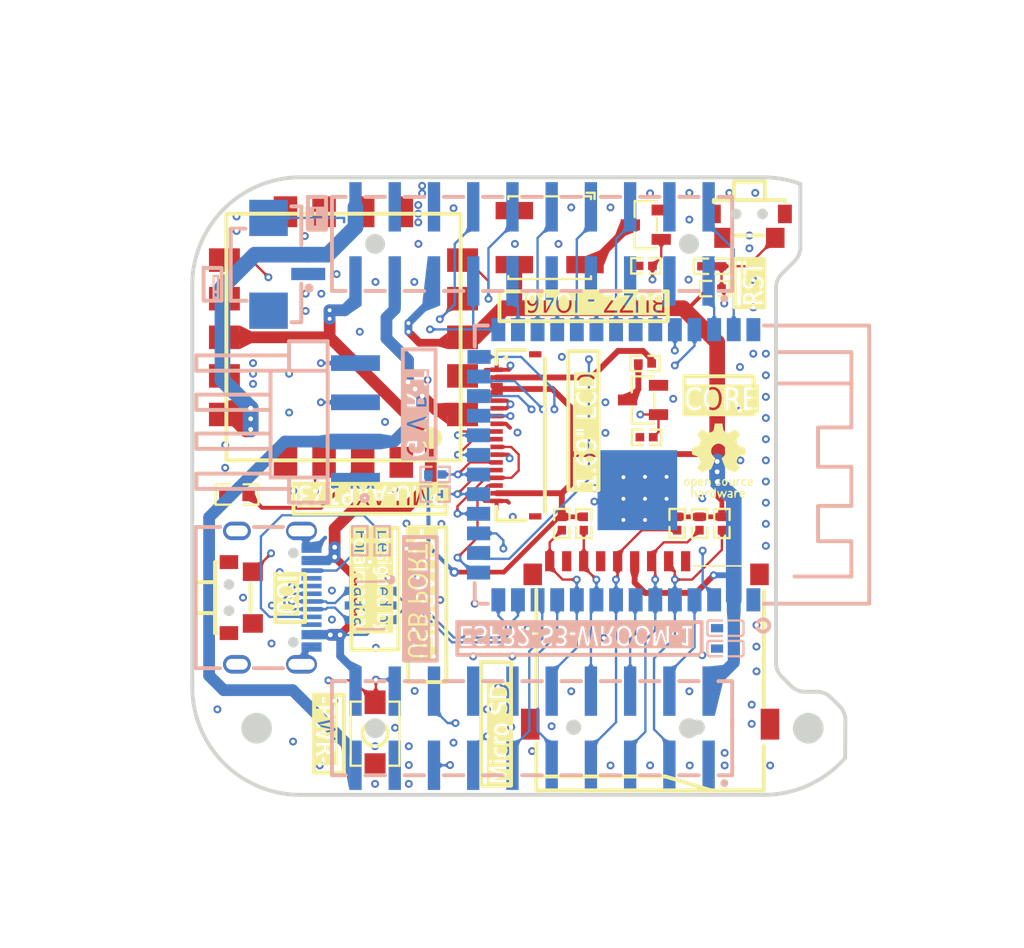
<source format=kicad_pcb>
(kicad_pcb (version 20241229) (generator "pcbnew") (generator_version "9.0")
  (layers (0 "F.Cu" signal "Top Layer") (4 "In1.Cu" signal "Inner1") (6 "In2.Cu" signal "Inner2") (2 "B.Cu" signal "Bottom Layer") (13 "F.Paste" user "Top Paste Mask Layer") (15 "B.Paste" user "Bottom Paste Mask Layer") (5 "F.SilkS" user "Top Silkscreen Layer") (7 "B.SilkS" user "Bottom Silkscreen Layer") (1 "F.Mask" user "Top Solder Mask Layer") (3 "B.Mask" user "Bottom Solder Mask Layer") (25 "Edge.Cuts" user "Multi-Layer"))
  (net 0 "")
  (net 1 "BUZZ")
  (net 2 "GND")
  (net 3 "$1N4844")
  (net 4 "VCC")
  (net 5 "ESP_EN")
  (net 6 "IO4")
  (net 7 "IO5")
  (net 8 "IO6")
  (net 9 "IO7")
  (net 10 "IO15")
  (net 11 "IO16")
  (net 12 "IO17")
  (net 13 "IO18")
  (net 14 "IO8")
  (net 15 "USB_DN")
  (net 16 "USB_DP")
  (net 17 "IO3")
  (net 18 "IO9")
  (net 19 "IO10")
  (net 20 "IO13")
  (net 21 "IO14")
  (net 22 "IO21")
  (net 23 "IO47")
  (net 24 "IO48")
  (net 25 "IO45")
  (net 26 "IO0")
  (net 27 "IO35")
  (net 28 "IO36")
  (net 29 "IO37")
  (net 30 "IO38")
  (net 31 "IO39")
  (net 32 "IO40")
  (net 33 "IO41")
  (net 34 "IO42")
  (net 35 "RXD0")
  (net 36 "TXD0")
  (net 37 "IO2")
  (net 38 "IO1")
  (net 39 "PMU_IPSOUT")
  (net 40 "BAT")
  (net 41 "VBUS")
  (net 42 "PMU_PWRON")
  (net 43 "PMU_IRQ")
  (net 44 "$1N9319")
  (net 45 "PMU_LDO1")
  (net 46 "PMU_LDO2")
  (net 47 "PMU_LDO4")
  (net 48 "$1N13534")
  (net 49 "USB_DN_IN")
  (net 50 "USB_DP_IN")
  (net 51 "$1N13556")
  (net 52 "I2C_SDA")
  (net 53 "I2C_SCL")
  (net 54 "PMU_LDO3")
  (net 55 "LCD_LEDK")
  (net 56 "$1N53959")
  (footprint "ProPrj_【ESP32-S3】1.69寸触摸屏迷你控制器~_2025-07-25:R0402" (layer "F.Cu") (at 162.075 106.482 90)
    (property "Reference" "R9" (hide yes))
    (property "Value" "")
  )
  (footprint "ProPrj_【ESP32-S3】1.69寸触摸屏迷你控制器~_2025-07-25:SW-SMD_L4.0-W2.9-LS5.0" (layer "F.Cu") (at 139.6215 120.0965 90)
    (property "Reference" "SW1" (hide yes))
    (property "Value" "")
  )
  (footprint "ProPrj_【ESP32-S3】1.69寸触摸屏迷你控制器~_2025-07-25:R0402" (layer "F.Cu") (at 153.134 106.482 90)
    (property "Reference" "R7" (hide yes))
    (property "Value" "")
  )
  (footprint "ProPrj_【ESP32-S3】1.69寸触摸屏迷你控制器~_2025-07-25:R0402" (layer "F.Cu") (at 157.198 100.894 180)
    (property "Reference" "R21" (hide yes))
    (property "Value" "")
  )
  (footprint "ProPrj_【ESP32-S3】1.69寸触摸屏迷你控制器~_2025-07-25:R0402" (layer "F.Cu") (at 159.1795 106.482 90)
    (property "Reference" "R11" (hide yes))
    (property "Value" "")
  )
  (footprint "ProPrj_【ESP32-S3】1.69寸触摸屏迷你控制器~_2025-07-25:R0402" (layer "F.Cu") (at 157.0965 96.119 180)
    (property "Reference" "R20" (hide yes))
    (property "Value" "")
  )
  (footprint "ProPrj_【ESP32-S3】1.69寸触摸屏迷你控制器~_2025-07-25:R0402" (layer "F.Cu") (at 157.1475 89.7945)
    (property "Reference" "R6" (hide yes))
    (property "Value" "")
  )
  (footprint "ProPrj_【ESP32-S3】1.69寸触摸屏迷你控制器~_2025-07-25:R0402" (layer "F.Cu") (at 151.712 106.482 90)
    (property "Reference" "R8" (hide yes))
    (property "Value" "")
  )
  (footprint "ProPrj_【ESP32-S3】1.69寸触摸屏迷你控制器~_2025-07-25:FPC-SMD_18P-P0.50_HDGC_0.5K-HX-18PWB" (layer "F.Cu") (at 148.74 100.773 90)
    (property "Reference" "LCD1" (hide yes))
    (property "Value" "")
  )
  (footprint "ProPrj_【ESP32-S3】1.69寸触摸屏迷你控制器~_2025-07-25:SW-SMD_TS24CA" (layer "F.Cu") (at 163.853 87.2035)
    (property "Reference" "SW2" (hide yes))
    (property "Value" "")
    (fp_poly (pts (xy -0.503499 -0.820249) (xy -0.52718 -0.908631) (xy -0.57293 -0.987871) (xy -0.637629 -1.05257) (xy -0.716869 -1.09832) (xy -0.805251 -1.122001) (xy -0.896749 -1.122001) (xy -0.985131 -1.09832) (xy -1.064371 -1.05257) (xy -1.12907 -0.987871) (xy -1.17482 -0.908631) (xy -1.198501 -0.820249) (xy -1.198501 -0.728751) (xy -1.17482 -0.640369) (xy -1.12907 -0.561129) (xy -1.064371 -0.49643) (xy -0.985131 -0.45068) (xy -0.896749 -0.426999) (xy -0.805251 -0.426999) (xy -0.716869 -0.45068) (xy -0.637629 -0.49643) (xy -0.57293 -0.561129) (xy -0.52718 -0.640369) (xy -0.503499 -0.728751)) (fill yes) (layer "Edge.Cuts"))
    (fp_poly (pts (xy 1.198501 -0.820249) (xy 1.17482 -0.908631) (xy 1.12907 -0.987871) (xy 1.064371 -1.05257) (xy 0.985131 -1.09832) (xy 0.896749 -1.122001) (xy 0.805251 -1.122001) (xy 0.716869 -1.09832) (xy 0.637629 -1.05257) (xy 0.57293 -0.987871) (xy 0.52718 -0.908631) (xy 0.503499 -0.820249) (xy 0.503499 -0.728751) (xy 0.52718 -0.640369) (xy 0.57293 -0.561129) (xy 0.637629 -0.49643) (xy 0.716869 -0.45068) (xy 0.805251 -0.426999) (xy 0.896749 -0.426999) (xy 0.985131 -0.45068) (xy 1.064371 -0.49643) (xy 1.12907 -0.561129) (xy 1.17482 -0.640369) (xy 1.198501 -0.728751)) (fill yes) (layer "Edge.Cuts"))
  )
  (footprint "ProPrj_【ESP32-S3】1.69寸触摸屏迷你控制器~_2025-07-25:BUZ-SMD_3P-L5.2-W5.2-P3.50-BR" (layer "F.Cu") (at 150.9245 87.9655 90)
    (property "Reference" "BUZZER1" (hide yes))
    (property "Value" "")
  )
  (footprint "ProPrj_【ESP32-S3】1.69寸触摸屏迷你控制器~_2025-07-25:R0402" (layer "F.Cu") (at 160.627 106.482 90)
    (property "Reference" "R10" (hide yes))
    (property "Value" "")
  )
  (footprint "ProPrj_【ESP32-S3】1.69寸触摸屏迷你控制器~_2025-07-25:TINY-PMU-AXP173" (layer "F.Cu") (at 145.1585 99.421 180)
    (property "Reference" "U2" (hide yes))
    (property "Value" "")
  )
  (footprint "ProPrj_【ESP32-S3】1.69寸触摸屏迷你控制器~_2025-07-25:R0603" (layer "F.Cu") (at 130.6805 104.6025 180)
    (property "Reference" "R1" (hide yes))
    (property "Value" "")
  )
  (footprint "ProPrj_【ESP32-S3】1.69寸触摸屏迷你控制器~_2025-07-25:R0402" (layer "F.Cu") (at 161.618 91.2675 180)
    (property "Reference" "R12" (hide yes))
    (property "Value" "")
  )
  (footprint "ProPrj_【ESP32-S3】1.69寸触摸屏迷你控制器~_2025-07-25:SW-SMD_TS24CA" (layer "F.Cu") (at 130.9345 111.283 90)
    (property "Reference" "SW3" (hide yes))
    (property "Value" "")
    (fp_poly (pts (xy 1.198501 -0.820249) (xy 1.17482 -0.908631) (xy 1.12907 -0.987871) (xy 1.064371 -1.05257) (xy 0.985131 -1.09832) (xy 0.896749 -1.122001) (xy 0.805251 -1.122001) (xy 0.716869 -1.09832) (xy 0.637629 -1.05257) (xy 0.57293 -0.987871) (xy 0.52718 -0.908631) (xy 0.503499 -0.820249) (xy 0.503499 -0.728751) (xy 0.52718 -0.640369) (xy 0.57293 -0.561129) (xy 0.637629 -0.49643) (xy 0.716869 -0.45068) (xy 0.805251 -0.426999) (xy 0.896749 -0.426999) (xy 0.985131 -0.45068) (xy 1.064371 -0.49643) (xy 1.12907 -0.561129) (xy 1.17482 -0.640369) (xy 1.198501 -0.728751)) (fill yes) (layer "Edge.Cuts"))
    (fp_poly (pts (xy -0.503499 -0.820249) (xy -0.52718 -0.908631) (xy -0.57293 -0.987871) (xy -0.637629 -1.05257) (xy -0.716869 -1.09832) (xy -0.805251 -1.122001) (xy -0.896749 -1.122001) (xy -0.985131 -1.09832) (xy -1.064371 -1.05257) (xy -1.12907 -0.987871) (xy -1.17482 -0.908631) (xy -1.198501 -0.820249) (xy -1.198501 -0.728751) (xy -1.17482 -0.640369) (xy -1.12907 -0.561129) (xy -1.064371 -0.49643) (xy -0.985131 -0.45068) (xy -0.896749 -0.426999) (xy -0.805251 -0.426999) (xy -0.716869 -0.45068) (xy -0.637629 -0.49643) (xy -0.57293 -0.561129) (xy -0.52718 -0.640369) (xy -0.503499 -0.728751)) (fill yes) (layer "Edge.Cuts"))
  )
  (footprint "ProPrj_【ESP32-S3】1.69寸触摸屏迷你控制器~_2025-07-25:C0402_NEW" (layer "F.Cu") (at 161.4145 89.82 180)
    (property "Reference" "C3" (hide yes))
    (property "Value" "")
  )
  (footprint "ProPrj_【ESP32-S3】1.69寸触摸屏迷你控制器~_2025-07-25:SOT-23-3_L2.9-W1.3-P1.90-LS2.4-BR" (layer "F.Cu") (at 156.9695 98.481)
    (property "Reference" "Q4" (hide yes))
    (property "Value" "")
  )
  (footprint "ProPrj_【ESP32-S3】1.69寸触摸屏迷你控制器~_2025-07-25:SOT-23-3_L2.9-W1.3-P1.90-LS2.4-BR" (layer "F.Cu") (at 157.1475 87.1275)
    (property "Reference" "Q5" (hide yes))
    (property "Value" "")
  )
  (footprint "ProPrj_【ESP32-S3】1.69寸触摸屏迷你控制器~_2025-07-25:TF-SMD_TF-01A" (layer "F.Cu") (at 157.427 114.204)
    (property "Reference" "CARD1" (hide yes))
    (property "Value" "")
    (fp_poly (pts (xy -4.454278 5.412737) (xy -4.48806 5.286658) (xy -4.553323 5.173619) (xy -4.645619 5.081323) (xy -4.758658 5.01606) (xy -4.884737 4.982278) (xy -5.015263 4.982278) (xy -5.141342 5.01606) (xy -5.254381 5.081323) (xy -5.346677 5.173619) (xy -5.41194 5.286658) (xy -5.445722 5.412737) (xy -5.445722 5.543263) (xy -5.41194 5.669342) (xy -5.346677 5.782381) (xy -5.254381 5.874677) (xy -5.141342 5.93994) (xy -5.015263 5.973722) (xy -4.884737 5.973722) (xy -4.758658 5.93994) (xy -4.645619 5.874677) (xy -4.553323 5.782381) (xy -4.48806 5.669342) (xy -4.454278 5.543263)) (fill yes) (layer "Edge.Cuts"))
    (fp_poly (pts (xy 3.545722 5.410237) (xy 3.51194 5.284158) (xy 3.446677 5.171119) (xy 3.354381 5.078823) (xy 3.241342 5.01356) (xy 3.115263 4.979778) (xy 2.984737 4.979778) (xy 2.858658 5.01356) (xy 2.745619 5.078823) (xy 2.653323 5.171119) (xy 2.58806 5.284158) (xy 2.554278 5.410237) (xy 2.554278 5.540763) (xy 2.58806 5.666842) (xy 2.653323 5.779881) (xy 2.745619 5.872177) (xy 2.858658 5.93744) (xy 2.984737 5.971222) (xy 3.115263 5.971222) (xy 3.241342 5.93744) (xy 3.354381 5.872177) (xy 3.446677 5.779881) (xy 3.51194 5.666842) (xy 3.545722 5.540763)) (fill yes) (layer "Edge.Cuts"))
  )
  (footprint "ProPrj_【ESP32-S3】1.69寸触摸屏迷你控制器~_2025-07-25:HDR-SMD_20P-P2.54-V-F-R2-C10-S2.54-LS7.2-1" (layer "B.Cu") (at 149.785 119.741 180)
    (property "Reference" "H2" (hide yes))
    (property "Value" "")
    (fp_poly (pts (xy 10.80687 0.063711) (xy 10.782011 0.188685) (xy 10.733249 0.306408) (xy 10.662457 0.412356) (xy 10.572356 0.502457) (xy 10.466408 0.573249) (xy 10.348685 0.622011) (xy 10.223711 0.64687) (xy 10.096289 0.64687) (xy 9.971315 0.622011) (xy 9.853592 0.573249) (xy 9.747644 0.502457) (xy 9.657543 0.412356) (xy 9.586751 0.306408) (xy 9.537989 0.188685) (xy 9.51313 0.063711) (xy 9.51313 -0.063711) (xy 9.537989 -0.188685) (xy 9.586751 -0.306408) (xy 9.657543 -0.412356) (xy 9.747644 -0.502457) (xy 9.853592 -0.573249) (xy 9.971315 -0.622011) (xy 10.096289 -0.64687) (xy 10.223711 -0.64687) (xy 10.348685 -0.622011) (xy 10.466408 -0.573249) (xy 10.572356 -0.502457) (xy 10.662457 -0.412356) (xy 10.733249 -0.306408) (xy 10.782011 -0.188685) (xy 10.80687 -0.063711)) (fill yes) (layer "Edge.Cuts"))
    (fp_poly (pts (xy -9.51313 0.063711) (xy -9.537989 0.188685) (xy -9.586751 0.306408) (xy -9.657543 0.412356) (xy -9.747644 0.502457) (xy -9.853592 0.573249) (xy -9.971315 0.622011) (xy -10.096289 0.64687) (xy -10.223711 0.64687) (xy -10.348685 0.622011) (xy -10.466408 0.573249) (xy -10.572356 0.502457) (xy -10.662457 0.412356) (xy -10.733249 0.306408) (xy -10.782011 0.188685) (xy -10.80687 0.063711) (xy -10.80687 -0.063711) (xy -10.782011 -0.188685) (xy -10.733249 -0.306408) (xy -10.662457 -0.412356) (xy -10.572356 -0.502457) (xy -10.466408 -0.573249) (xy -10.348685 -0.622011) (xy -10.223711 -0.64687) (xy -10.096289 -0.64687) (xy -9.971315 -0.622011) (xy -9.853592 -0.573249) (xy -9.747644 -0.502457) (xy -9.657543 -0.412356) (xy -9.586751 -0.306408) (xy -9.537989 -0.188685) (xy -9.51313 -0.063711)) (fill yes) (layer "Edge.Cuts"))
  )
  (footprint "ProPrj_【ESP32-S3】1.69寸触摸屏迷你控制器~_2025-07-25:CONN-SMD_1125-1104G0Z087CR01" (layer "B.Cu") (at 138.3515 99.9035 90)
    (property "Reference" "CN2" (hide yes))
    (property "Value" "")
  )
  (footprint "ProPrj_【ESP32-S3】1.69寸触摸屏迷你控制器~_2025-07-25:SOT-23-6_L2.9-W1.6-P0.95-LS2.8-BL" (layer "B.Cu") (at 139.342 111.791 -90)
    (property "Reference" "D1" (hide yes))
    (property "Value" "")
  )
  (footprint "ProPrj_【ESP32-S3】1.69寸触摸屏迷你控制器~_2025-07-25:C0402_NEW" (layer "B.Cu") (at 162.3035 113.264)
    (property "Reference" "C1" (hide yes))
    (property "Value" "")
  )
  (footprint "ProPrj_【ESP32-S3】1.69寸触摸屏迷你控制器~_2025-07-25:R0402" (layer "B.Cu") (at 140.0785 107.6 90)
    (property "Reference" "R3" (hide yes))
    (property "Value" "")
  )
  (footprint "ProPrj_【ESP32-S3】1.69寸触摸屏迷你控制器~_2025-07-25:USB-C-SMD_KH-TYPE-C-16P" (layer "B.Cu") (at 133.0935 111.283 90)
    (property "Reference" "USB1" (hide yes))
    (property "Value" "")
    (fp_poly (pts (xy 3.237006 1.280684) (xy 3.213358 1.368939) (xy 3.167674 1.448067) (xy 3.103067 1.512674) (xy 3.023939 1.558358) (xy 2.935684 1.582006) (xy 2.844316 1.582006) (xy 2.756061 1.558358) (xy 2.676933 1.512674) (xy 2.612326 1.448067) (xy 2.566642 1.368939) (xy 2.542994 1.280684) (xy 2.542994 1.189316) (xy 2.566642 1.101061) (xy 2.612326 1.021933) (xy 2.676933 0.957326) (xy 2.756061 0.911642) (xy 2.844316 0.887994) (xy 2.935684 0.887994) (xy 3.023939 0.911642) (xy 3.103067 0.957326) (xy 3.167674 1.021933) (xy 3.213358 1.101061) (xy 3.237006 1.189316)) (fill yes) (layer "Edge.Cuts"))
    (fp_poly (pts (xy -2.542994 1.280684) (xy -2.566642 1.368939) (xy -2.612326 1.448067) (xy -2.676933 1.512674) (xy -2.756061 1.558358) (xy -2.844316 1.582006) (xy -2.935684 1.582006) (xy -3.023939 1.558358) (xy -3.103067 1.512674) (xy -3.167674 1.448067) (xy -3.213358 1.368939) (xy -3.237006 1.280684) (xy -3.237006 1.189316) (xy -3.213358 1.101061) (xy -3.167674 1.021933) (xy -3.103067 0.957326) (xy -3.023939 0.911642) (xy -2.935684 0.887994) (xy -2.844316 0.887994) (xy -2.756061 0.911642) (xy -2.676933 0.957326) (xy -2.612326 1.021933) (xy -2.566642 1.101061) (xy -2.542994 1.189316)) (fill yes) (layer "Edge.Cuts"))
  )
  (footprint "ProPrj_【ESP32-S3】1.69寸触摸屏迷你控制器~_2025-07-25:CONN-SMD_2P-P1.25-HC-1.25-2PWT" (layer "B.Cu") (at 134.008 89.693 90)
    (property "Reference" "CN3" (hide yes))
    (property "Value" "")
  )
  (footprint "ProPrj_【ESP32-S3】1.69寸触摸屏迷你控制器~_2025-07-25:WIRELM-SMD_ESP32-S3-WROOM-1" (layer "B.Cu") (at 155.217 102.677 90)
    (property "Reference" "U1" (hide yes))
    (property "Value" "")
  )
  (footprint "ProPrj_【ESP32-S3】1.69寸触摸屏迷你控制器~_2025-07-25:R0402" (layer "B.Cu") (at 138.631 107.6 -90)
    (property "Reference" "R2" (hide yes))
    (property "Value" "")
  )
  (footprint "ProPrj_【ESP32-S3】1.69寸触摸屏迷你控制器~_2025-07-25:C0402" (layer "B.Cu") (at 162.3035 114.585)
    (property "Reference" "C2" (hide yes))
    (property "Value" "")
  )
  (footprint "ProPrj_【ESP32-S3】1.69寸触摸屏迷你控制器~_2025-07-25:HDR-SMD_20P-P2.54-V-F-R2-C10-S2.54-LS7.2-1" (layer "B.Cu") (at 149.785 88.372 180)
    (property "Reference" "H1" (hide yes))
    (property "Value" "")
    (fp_poly (pts (xy 10.80687 0.063711) (xy 10.782011 0.188685) (xy 10.733249 0.306408) (xy 10.662457 0.412356) (xy 10.572356 0.502457) (xy 10.466408 0.573249) (xy 10.348685 0.622011) (xy 10.223711 0.64687) (xy 10.096289 0.64687) (xy 9.971315 0.622011) (xy 9.853592 0.573249) (xy 9.747644 0.502457) (xy 9.657543 0.412356) (xy 9.586751 0.306408) (xy 9.537989 0.188685) (xy 9.51313 0.063711) (xy 9.51313 -0.063711) (xy 9.537989 -0.188685) (xy 9.586751 -0.306408) (xy 9.657543 -0.412356) (xy 9.747644 -0.502457) (xy 9.853592 -0.573249) (xy 9.971315 -0.622011) (xy 10.096289 -0.64687) (xy 10.223711 -0.64687) (xy 10.348685 -0.622011) (xy 10.466408 -0.573249) (xy 10.572356 -0.502457) (xy 10.662457 -0.412356) (xy 10.733249 -0.306408) (xy 10.782011 -0.188685) (xy 10.80687 -0.063711)) (fill yes) (layer "Edge.Cuts"))
    (fp_poly (pts (xy -9.51313 0.063711) (xy -9.537989 0.188685) (xy -9.586751 0.306408) (xy -9.657543 0.412356) (xy -9.747644 0.502457) (xy -9.853592 0.573249) (xy -9.971315 0.622011) (xy -10.096289 0.64687) (xy -10.223711 0.64687) (xy -10.348685 0.622011) (xy -10.466408 0.573249) (xy -10.572356 0.502457) (xy -10.662457 0.412356) (xy -10.733249 0.306408) (xy -10.782011 0.188685) (xy -10.80687 0.063711) (xy -10.80687 -0.063711) (xy -10.782011 -0.188685) (xy -10.733249 -0.306408) (xy -10.662457 -0.412356) (xy -10.572356 -0.502457) (xy -10.466408 -0.573249) (xy -10.348685 -0.622011) (xy -10.223711 -0.64687) (xy -10.096289 -0.64687) (xy -9.971315 -0.622011) (xy -9.853592 -0.573249) (xy -9.747644 -0.502457) (xy -9.657543 -0.412356) (xy -9.586751 -0.306408) (xy -9.537989 -0.188685) (xy -9.51313 -0.063711)) (fill yes) (layer "Edge.Cuts"))
  )
  (footprint "ProPrj_【ESP32-S3】1.69寸触摸屏迷你控制器~_2025-07-25:R0402" (layer "B.Cu") (at 143.5075 103.307)
    (property "Reference" "R4" (hide yes))
    (property "Value" "")
  )
  (footprint "ProPrj_【ESP32-S3】1.69寸触摸屏迷你控制器~_2025-07-25:R0402" (layer "B.Cu") (at 143.5075 104.577)
    (property "Reference" "R5" (hide yes))
    (property "Value" "")
  )
  (gr_poly (pts (xy 164.015663 103.6264) (xy 164.075005 103.681524) (xy 164.106999 103.7708) (xy 164.100833 103.814802) (xy 164.059061 103.854675) (xy 163.965335 103.8658) (xy 163.855745 103.883376) (xy 163.822739 103.91425) (xy 163.831256 103.932246) (xy 163.874124 103.954144) (xy 163.941103 103.9627) (xy 164.026827 103.977324) (xy 164.059467 104.0102) (xy 164.04759 104.035141) (xy 164.016116 104.050793) (xy 163.873377 104.046343) (xy 163.785459 104.0007) (xy 163.736498 103.890066) (xy 163.74001 103.738072) (xy 163.8428 103.738072) (xy 163.865352 103.760296) (xy 163.917803 103.7689) (xy 163.973527 103.758693) (xy 163.991105 103.742531) (xy 163.988635 103.7214) (xy 163.974795 103.703403) (xy 163.917803 103.67295) (xy 163.90927 103.673829) (xy 163.846971 103.7214) (xy 163.8428 103.738072) (xy 163.74001 103.738072) (xy 163.740265 103.727052) (xy 163.785459 103.634) (xy 163.833204 103.594466) (xy 163.908582 103.581801)) (fill yes) (layer "F.SilkS"))
  (gr_poly (pts (xy 162.875829 104.5973) (xy 162.884222 104.729298) (xy 162.905705 104.81411) (xy 162.923361 104.831) (xy 162.956516 104.797763) (xy 162.970893 104.71415) (xy 162.979875 104.599583) (xy 163.005477 104.513568) (xy 163.037743 104.467307) (xy 163.078841 104.446303) (xy 163.091121 104.4453) (xy 163.167755 104.415266) (xy 163.182456 104.3978) (xy 163.182497 104.380536) (xy 163.16095 104.367618) (xy 163.043589 104.3579) (xy 162.875829 104.3636)) (fill yes) (layer "F.SilkS"))
  (gr_rect (start 137.602 117.5695) (end 135.672 122.624) (stroke (width 0.254)) (fill no) (layer "F.SilkS"))
  (gr_rect (start 135.0875 109.746) (end 133.157 112.87) (stroke (width 0.254)) (fill no) (layer "F.SilkS"))
  (gr_poly (pts (xy 160.770928 103.592409) (xy 160.817567 103.616698) (xy 160.854789 103.657191) (xy 160.879081 103.711691) (xy 160.887877 103.77935) (xy 160.881053 103.818575) (xy 160.837012 103.855146) (xy 160.742485 103.8658) (xy 160.645815 103.879822) (xy 160.625909 103.894987) (xy 160.626917 103.91425) (xy 160.646294 103.932246) (xy 160.775105 103.9627) (xy 160.847357 103.974907) (xy 160.865716 103.990491) (xy 160.863645 104.0102) (xy 160.80207 104.049328) (xy 160.656244 104.047432) (xy 160.565406 104.0007) (xy 160.517883 103.908259) (xy 160.52239 103.761594) (xy 160.535429 103.738072) (xy 160.623122 103.738072) (xy 160.645557 103.760296) (xy 160.697749 103.7689) (xy 160.754228 103.758693) (xy 160.771961 103.742531) (xy 160.769513 103.7214) (xy 160.755274 103.703403) (xy 160.697749 103.67295) (xy 160.687909 103.674167) (xy 160.626917 103.7214) (xy 160.623122 103.738072) (xy 160.535429 103.738072) (xy 160.583114 103.65205) (xy 160.661336 103.598283) (xy 160.71758 103.585694)) (fill yes) (layer "F.SilkS"))
  (gr_poly (pts (xy 163.46823 104.363871) (xy 163.553293 104.432742) (xy 163.577262 104.485771) (xy 163.586012 104.55075) (xy 163.578356 104.592282) (xy 163.534357 104.627665) (xy 163.441552 104.63815) (xy 163.345329 104.650874) (xy 163.324623 104.666906) (xy 163.326916 104.6885) (xy 163.34792 104.70848) (xy 163.441552 104.7246) (xy 163.496573 104.72627) (xy 163.54314 104.7588) (xy 163.540845 104.778436) (xy 163.502348 104.805439) (xy 163.433164 104.82245) (xy 163.353694 104.815877) (xy 163.299674 104.788348) (xy 163.257654 104.744428) (xy 163.228838 104.685737) (xy 163.216454 104.616862) (xy 163.237535 104.510796) (xy 163.322152 104.510796) (xy 163.344002 104.532694) (xy 163.39402 104.54125) (xy 163.45967 104.528677) (xy 163.49188 104.4928) (xy 163.487606 104.476127) (xy 163.46277 104.453903) (xy 163.422912 104.4453) (xy 163.386353 104.45119) (xy 163.325984 104.4928) (xy 163.322152 104.510796) (xy 163.237535 104.510796) (xy 163.245832 104.46905) (xy 163.263587 104.436383) (xy 163.306347 104.389098) (xy 163.356787 104.361681) (xy 163.412986 104.353138)) (fill yes) (layer "F.SilkS"))
  (gr_poly (pts (xy 161.81242 104.57735) (xy 161.881386 104.81865) (xy 161.924258 104.831) (xy 161.96324 104.797142) (xy 162.024914 104.67425) (xy 162.081766 104.5175) (xy 162.12557 104.67425) (xy 162.166492 104.786483) (xy 162.208889 104.821203) (xy 162.255161 104.778242) (xy 162.326882 104.6049) (xy 162.397248 104.3769) (xy 162.389005 104.351071) (xy 162.355774 104.3484) (xy 162.315884 104.38167) (xy 162.280282 104.46905) (xy 162.25207 104.546875) (xy 162.220188 104.587822) (xy 162.213178 104.5897) (xy 162.179417 104.556429) (xy 162.146074 104.46905) (xy 162.117078 104.388623) (xy 162.083129 104.355032) (xy 162.035968 104.380369) (xy 161.983906 104.50515) (xy 161.957781 104.587416) (xy 161.934883 104.612355) (xy 161.908934 104.575233) (xy 161.873653 104.471314) (xy 161.855292 104.4092) (xy 161.806418 104.351557) (xy 161.790984 104.3484) (xy 161.77494 104.38377)) (fill yes) (layer "F.SilkS"))
  (gr_poly (pts (xy 161.71922 103.64065) (xy 161.679701 103.68092) (xy 161.659382 103.725374) (xy 161.673039 103.812624) (xy 161.705216 103.844708) (xy 161.752505 103.86313) (xy 161.782596 103.8658) (xy 161.885236 103.896823) (xy 161.909346 103.9209) (xy 161.914213 103.947169) (xy 161.886844 103.959167) (xy 161.792848 103.9532) (xy 161.697789 103.948239) (xy 161.658644 103.968981) (xy 161.659572 103.98265) (xy 161.708847 104.030157) (xy 161.83201 104.050145) (xy 161.899518 104.038128) (xy 161.954082 104.00925) (xy 161.991651 103.935108) (xy 161.964651 103.842443) (xy 161.925011 103.800478) (xy 161.872273 103.774242) (xy 161.832924 103.7689) (xy 161.782087 103.760279) (xy 161.748237 103.73793) (xy 161.739724 103.7157) (xy 161.748796 103.69479) (xy 161.775018 103.684369) (xy 161.862746 103.69385) (xy 161.948576 103.704936) (xy 161.965993 103.694775) (xy 161.96818 103.673603) (xy 161.965266 103.6625) (xy 161.94323 103.623295) (xy 161.909005 103.598532) (xy 161.810429 103.594793)) (fill yes) (layer "F.SilkS"))
  (gr_rect (start 141.1325 106.7745) (end 138.0845 114.6485) (stroke (width 0.254)) (fill no) (layer "F.SilkS"))
  (gr_poly (pts (xy 160.982009 104.5973) (xy 160.990402 104.729298) (xy 161.011885 104.81411) (xy 161.029541 104.831) (xy 161.057883 104.79706) (xy 161.077073 104.66095) (xy 161.089045 104.542667) (xy 161.135578 104.475614) (xy 161.195437 104.4453) (xy 161.294799 104.39612) (xy 161.307308 104.378786) (xy 161.295112 104.366396) (xy 161.147905 104.3579) (xy 161.051996 104.364846) (xy 161.002746 104.3921) (xy 160.984602 104.462103)) (fill yes) (layer "F.SilkS"))
  (gr_poly (pts (xy 163.018425 103.8202) (xy 163.026865 103.957566) (xy 163.048668 104.043757) (xy 163.065025 104.05865) (xy 163.093367 104.02471) (xy 163.112557 103.8886) (xy 163.123459 103.775726) (xy 163.1625 103.708058) (xy 163.219736 103.6739) (xy 163.28454 103.644657) (xy 163.297791 103.625925) (xy 163.147972 103.5979) (xy 163.07465 103.593625) (xy 163.036017 103.616425) (xy 163.020973 103.685537)) (fill yes) (layer "F.SilkS"))
  (gr_rect (start 146.492 123.462) (end 148.4225 115.461) (stroke (width 0.254)) (fill no) (layer "F.SilkS"))
  (gr_poly (pts (xy 162.373482 103.63875) (xy 162.41692 103.684441) (xy 162.441559 103.739423) (xy 162.449067 103.812858) (xy 162.435407 103.88715) (xy 162.365207 104.004178) (xy 162.275467 104.052214) (xy 162.227406 104.050537) (xy 162.177762 104.0292) (xy 162.141518 103.997996) (xy 162.102781 103.935298) (xy 162.081716 103.860411) (xy 162.082178 103.85345) (xy 162.165646 103.85345) (xy 162.174727 103.922258) (xy 162.201284 103.951666) (xy 162.248594 103.9532) (xy 162.297237 103.926001) (xy 162.322595 103.881767) (xy 162.331542 103.82115) (xy 162.316087 103.736816) (xy 162.265183 103.682356) (xy 162.232176 103.682237) (xy 162.198266 103.7043) (xy 162.193708 103.710108) (xy 162.165646 103.85345) (xy 162.082178 103.85345) (xy 162.090868 103.722604) (xy 162.147006 103.63875) (xy 162.26071 103.57605)) (fill yes) (layer "F.SilkS"))
  (gr_poly (pts (xy 161.661509 104.175481) (xy 161.683696 104.293155) (xy 161.692192 104.4871) (xy 161.690022 104.677991) (xy 161.675531 104.776612) (xy 161.636753 104.813603) (xy 161.561712 104.8196) (xy 161.443838 104.804882) (xy 161.352512 104.742224) (xy 161.323299 104.676792) (xy 161.317524 104.623843) (xy 161.416687 104.623843) (xy 161.45661 104.708094) (xy 161.515112 104.7227) (xy 161.542979 104.699523) (xy 161.573828 104.5897) (xy 161.573642 104.580175) (xy 161.562814 104.52118) (xy 161.539049 104.479171) (xy 161.481741 104.454946) (xy 161.451307 104.472308) (xy 161.426572 104.5137) (xy 161.416687 104.623843) (xy 161.317524 104.623843) (xy 161.3138 104.5897) (xy 161.314056 104.576886) (xy 161.326431 104.501929) (xy 161.354773 104.438758) (xy 161.435096 104.366702) (xy 161.526296 104.3655) (xy 161.55418 104.372355) (xy 161.587914 104.349576) (xy 161.59806 104.2743) (xy 161.612185 104.188803) (xy 161.64466 104.15555)) (fill yes) (layer "F.SilkS"))
  (gr_rect (start 144.244 105.847) (end 134.338 103.9165) (stroke (width 0.254)) (fill no) (layer "F.SilkS"))
  (gr_poly (pts (xy 162.700162 104.372402) (xy 162.740108 104.406944) (xy 162.761003 104.478) (xy 162.772377 104.60205) (xy 162.777896 104.732407) (xy 162.766203 104.8006) (xy 162.726374 104.826755) (xy 162.647489 104.831) (xy 162.589717 104.826744) (xy 162.467701 104.777271) (xy 162.421306 104.702214) (xy 162.422633 104.6866) (xy 162.497437 104.6866) (xy 162.503372 104.703272) (xy 162.537556 104.725496) (xy 162.591569 104.7341) (xy 162.654589 104.722234) (xy 162.686633 104.6866) (xy 162.679766 104.668603) (xy 162.645273 104.646705) (xy 162.591569 104.63815) (xy 162.529336 104.650435) (xy 162.497437 104.6866) (xy 162.422633 104.6866) (xy 162.42504 104.658288) (xy 162.449906 104.61345) (xy 162.497918 104.573183) (xy 162.598093 104.54125) (xy 162.654824 104.529865) (xy 162.686633 104.4928) (xy 162.679015 104.476127) (xy 162.635079 104.453903) (xy 162.565473 104.4453) (xy 162.490677 104.433442) (xy 162.471718 104.416539) (xy 162.47507 104.394) (xy 162.501238 104.372953) (xy 162.631645 104.3579)) (fill yes) (layer "F.SilkS"))
  (gr_poly (pts (xy 162.554289 103.80595) (xy 162.565416 103.937346) (xy 162.589472 104.007112) (xy 162.643936 104.037333) (xy 162.746281 104.0501) (xy 162.923361 104.06435) (xy 162.923361 103.84775) (xy 162.915094 103.71493) (xy 162.894512 103.631321) (xy 162.872643 103.603366) (xy 162.850255 103.616303) (xy 162.819909 103.7556) (xy 162.801401 103.865648) (xy 162.766094 103.930183) (xy 162.722049 103.9532) (xy 162.673822 103.950431) (xy 162.648427 103.908713) (xy 162.639101 103.7727) (xy 162.630698 103.663469) (xy 162.609154 103.592106) (xy 162.589705 103.57605) (xy 162.562648 103.611789)) (fill yes) (layer "F.SilkS"))
  (gr_rect (start 162.9005 92.474) (end 164.831 89.35) (stroke (width 0.254)) (fill no) (layer "F.SilkS"))
  (gr_rect (start 158.57 93.376) (end 147.6735 91.446) (stroke (width 0.254)) (fill no) (layer "F.SilkS"))
  (gr_rect (start 152.131 104.3105) (end 154.087 95.319) (stroke (width 0.254)) (fill no) (layer "F.SilkS"))
  (gr_poly (pts (xy 160.982009 103.8183) (xy 160.990278 103.954425) (xy 161.010878 104.034214) (xy 161.031103 104.05495) (xy 161.052022 104.038719) (xy 161.085461 103.87815) (xy 161.104062 103.768493) (xy 161.1376 103.709116) (xy 161.171205 103.6967) (xy 161.201632 103.706258) (xy 161.225587 103.735173) (xy 161.256948 103.87815) (xy 161.274261 103.988836) (xy 161.29958 104.045794) (xy 161.319094 104.05389) (xy 161.337205 104.035055) (xy 161.361332 103.86865) (xy 161.349009 103.72819) (xy 161.300027 103.647552) (xy 161.185309 103.604217) (xy 161.117149 103.5941) (xy 161.040201 103.589186) (xy 160.99995 103.611794) (xy 160.984514 103.681604)) (fill yes) (layer "F.SilkS"))
  (gr_poly (pts (xy 163.367924 103.6986) (xy 163.319811 103.795823) (xy 163.320206 103.881285) (xy 163.341828 103.9399) (xy 163.41423 104.021905) (xy 163.537695 104.062666) (xy 163.596976 104.055448) (xy 163.643712 104.027271) (xy 163.656844 104.0102) (xy 163.659 103.990329) (xy 163.640573 103.974673) (xy 163.569236 103.9627) (xy 163.500428 103.953483) (xy 163.453193 103.926961) (xy 163.430953 103.89269) (xy 163.425093 103.848481) (xy 163.453668 103.75465) (xy 163.485641 103.711546) (xy 163.527184 103.691535) (xy 163.588808 103.69765) (xy 163.641607 103.705789) (xy 163.672013 103.694184) (xy 163.668725 103.648546) (xy 163.605584 103.6055) (xy 163.502369 103.579642) (xy 163.429479 103.615655)) (fill yes) (layer "F.SilkS"))
  (gr_poly (pts (xy 159.875393 103.59223) (xy 159.930715 103.634) (xy 159.947282 103.655004) (xy 159.975879 103.725574) (xy 159.986795 103.814266) (xy 159.959607 103.98265) (xy 159.932608 104.020138) (xy 159.889174 104.044749) (xy 159.760634 104.050763) (xy 159.666027 104.0007) (xy 159.655712 103.98887) (xy 159.623686 103.923835) (xy 159.611 103.844387) (xy 159.612508 103.83527) (xy 159.709508 103.83527) (xy 159.748561 103.929168) (xy 159.823535 103.9627) (xy 159.855853 103.956449) (xy 159.884064 103.916243) (xy 159.884115 103.8335) (xy 159.882439 103.820817) (xy 159.836314 103.708624) (xy 159.778411 103.681807) (xy 159.747702 103.698833) (xy 159.722879 103.74135) (xy 159.709508 103.83527) (xy 159.612508 103.83527) (xy 159.634607 103.701645) (xy 159.692123 103.6283) (xy 159.816435 103.580743)) (fill yes) (layer "F.SilkS"))
  (gr_poly (pts (xy 160.329528 103.602163) (xy 160.423632 103.664379) (xy 160.451689 103.721951) (xy 160.461022 103.7955) (xy 160.450647 103.916832) (xy 160.4022 104.018938) (xy 160.354125 104.048935) (xy 160.290466 104.05865) (xy 160.26673 104.059235) (xy 160.220499 104.06855) (xy 160.193484 104.094727) (xy 160.177694 104.22585) (xy 160.186744 104.337359) (xy 160.208929 104.369548) (xy 160.248526 104.3655) (xy 160.250237 104.364838) (xy 160.300149 104.355779) (xy 160.345622 104.366727) (xy 160.39129 104.402382) (xy 160.427095 104.460013) (xy 160.452121 104.542697) (xy 160.461022 104.64385) (xy 160.437694 104.807124) (xy 160.419721 104.826185) (xy 160.40027 104.818148) (xy 160.374946 104.761152) (xy 160.35757 104.6505) (xy 160.326208 104.507523) (xy 160.302254 104.478608) (xy 160.271826 104.46905) (xy 160.238222 104.481466) (xy 160.204683 104.540843) (xy 160.186082 104.6505) (xy 160.155925 104.796944) (xy 160.127366 104.831) (xy 160.113822 104.80522) (xy 160.09119 104.588178) (xy 160.08263 104.2097) (xy 160.08263 103.85345) (xy 160.177694 103.85345) (xy 160.186761 103.92233) (xy 160.213073 103.95168) (xy 160.25971 103.9532) (xy 160.307771 103.927046) (xy 160.333638 103.882561) (xy 160.342658 103.82115) (xy 160.327252 103.736881) (xy 160.276527 103.682351) (xy 160.243795 103.682239) (xy 160.210314 103.7043) (xy 160.207164 103.707872) (xy 160.177694 103.85345) (xy 160.08263 103.85345) (xy 160.08263 103.5884) (xy 160.21311 103.58745)) (fill yes) (layer "F.SilkS"))
  (gr_poly (pts (xy 160.806342 104.372402) (xy 160.846286 104.406944) (xy 160.867183 104.478) (xy 160.878557 104.60205) (xy 160.884076 104.732407) (xy 160.872382 104.8006) (xy 160.832554 104.826755) (xy 160.753669 104.831) (xy 160.695897 104.826744) (xy 160.573881 104.777271) (xy 160.527486 104.702214) (xy 160.528813 104.6866) (xy 160.603617 104.6866) (xy 160.609552 104.703272) (xy 160.643736 104.725496) (xy 160.697749 104.7341) (xy 160.760769 104.722234) (xy 160.792813 104.6866) (xy 160.785946 104.668603) (xy 160.751453 104.646705) (xy 160.697749 104.63815) (xy 160.635516 104.650435) (xy 160.603617 104.6866) (xy 160.528813 104.6866) (xy 160.53122 104.658288) (xy 160.556086 104.61345) (xy 160.604098 104.573183) (xy 160.704273 104.54125) (xy 160.761004 104.529865) (xy 160.792813 104.4928) (xy 160.785195 104.476127) (xy 160.741259 104.453903) (xy 160.671653 104.4453) (xy 160.596857 104.433442) (xy 160.577898 104.416539) (xy 160.58125 104.394) (xy 160.607418 104.372953) (xy 160.737825 104.3579)) (fill yes) (layer "F.SilkS"))
  (gr_rect (start 144.2315 106.7235) (end 141.7675 116.7565) (stroke (width 0.254)) (fill no) (layer "F.SilkS"))
  (gr_poly (pts (xy 161.573828 100.24725) (xy 161.553117 100.372348) (xy 161.525133 100.453009) (xy 161.479012 100.506089) (xy 161.403889 100.54845) (xy 161.371584 100.56265) (xy 161.273594 100.599938) (xy 161.201377 100.606588) (xy 161.126892 100.578681) (xy 161.022085 100.5123) (xy 160.803065 100.3907) (xy 160.747214 100.424443) (xy 160.612937 100.54935) (xy 160.462886 100.708) (xy 160.58591 100.89325) (xy 160.679102 101.067916) (xy 160.683441 101.140262) (xy 160.66498 101.229501) (xy 160.655809 101.26185) (xy 160.606249 101.385634) (xy 160.535893 101.449795) (xy 160.448906 101.47655) (xy 160.440387 101.478312) (xy 160.25988 101.519546) (xy 160.16791 101.565953) (xy 160.134623 101.647188) (xy 160.130162 101.7929) (xy 160.133497 101.923303) (xy 160.14985 101.998218) (xy 160.188748 102.036976) (xy 160.25971 102.0589) (xy 160.436931 102.108682) (xy 160.550907 102.174333) (xy 160.633207 102.296049) (xy 160.649285 102.3401) (xy 160.678233 102.492654) (xy 160.662154 102.556299) (xy 160.621946 102.631613) (xy 160.583114 102.6916) (xy 160.462886 102.87305) (xy 160.612937 103.0317) (xy 160.721107 103.137773) (xy 160.798871 103.1799) (xy 160.876635 103.162889) (xy 160.984805 103.09155) (xy 161.141081 103.018833) (xy 161.245764 103.007) (xy 161.335809 102.997285) (xy 161.408642 102.903374) (xy 161.516044 102.646) (xy 161.660504 102.27075) (xy 161.555188 102.171) (xy 161.480969 102.087708) (xy 161.426706 101.999278) (xy 161.392802 101.909127) (xy 161.378172 101.817574) (xy 161.382595 101.727751) (xy 161.405695 101.639971) (xy 161.447328 101.556145) (xy 161.50752 101.477702) (xy 161.557052 101.43) (xy 161.641817 101.369503) (xy 161.729968 101.329734) (xy 161.817048 101.310996) (xy 161.90472 101.311613) (xy 162.075453 101.370137) (xy 162.159122 101.43) (xy 162.232455 101.505208) (xy 162.286653 101.587073) (xy 162.32137 101.672678) (xy 162.337434 101.761374) (xy 162.31369 101.940954) (xy 162.213877 102.114709) (xy 162.160986 102.171) (xy 162.05567 102.27075) (xy 162.20013 102.646) (xy 162.282729 102.850561) (xy 162.34226 102.961519) (xy 162.398297 103.004967) (xy 162.47041 103.007) (xy 162.600477 103.026425) (xy 162.731369 103.09155) (xy 162.839539 103.162889) (xy 162.917303 103.1799) (xy 162.995067 103.137773) (xy 163.103237 103.0317) (xy 163.253288 102.87305) (xy 163.13306 102.6916) (xy 163.071608 102.592815) (xy 163.041738 102.518044) (xy 163.039579 102.446627) (xy 163.061267 102.357902) (xy 163.066889 102.3401) (xy 163.110933 102.239773) (xy 163.17413 102.166855) (xy 163.327296 102.091972) (xy 163.456464 102.0589) (xy 163.519132 102.040835) (xy 163.557537 102.012656) (xy 163.577555 101.962443) (xy 163.585059 101.878273) (xy 163.586012 101.7929) (xy 163.586012 101.786421) (xy 163.586012 101.786421) (xy 163.581044 101.64342) (xy 163.546187 101.563892) (xy 163.451556 101.518162) (xy 163.267268 101.47655) (xy 163.169606 101.444182) (xy 163.108476 101.383268) (xy 163.060365 101.26185) (xy 163.036263 101.165513) (xy 163.032837 101.091464) (xy 163.053869 101.020746) (xy 163.103149 100.934397) (xy 163.130264 100.89325) (xy 163.253288 100.708) (xy 163.103237 100.54935) (xy 162.985106 100.437606) (xy 162.913109 100.3907) (xy 162.694089 100.5123) (xy 162.589282 100.578681) (xy 162.514797 100.606588) (xy 162.44258 100.599938) (xy 162.34459 100.56265) (xy 162.215657 100.486894) (xy 162.182228 100.434832) (xy 162.16016 100.358837) (xy 162.142346 100.24725) (xy 162.109726 100.005) (xy 161.858087 100.005) (xy 161.606448 100.005)) (fill yes) (layer "F.SilkS"))
  (gr_rect (start 159.6495 96.9445) (end 164.1195 99.4085) (stroke (width 0.254)) (fill no) (layer "F.SilkS"))
  (gr_rect (start 160.767 112.87) (end 144.943 114.991) (stroke (width 0.254)) (fill no) (layer "B.SilkS"))
  (gr_rect (start 128.5215 92.0485) (end 129.69 89.9275) (stroke (width 0.254)) (fill no) (layer "B.SilkS"))
  (gr_rect (start 135.278 87.451) (end 136.4465 85.33) (stroke (width 0.254)) (fill no) (layer "B.SilkS"))
  (gr_rect (start 141.4185 95.2045) (end 143.5395 102.266) (stroke (width 0.254)) (fill no) (layer "B.SilkS"))
  (gr_rect (start 141.4945 107.365) (end 143.6155 115.366) (stroke (width 0.254)) (fill no) (layer "B.SilkS"))
  (gr_line (start 134.785 124.059) (end 164.785 124.059) (stroke (width 0.254)) (layer "Edge.Cuts"))
  (gr_line (start 127.785 91.059) (end 127.785 117.059) (stroke (width 0.254)) (layer "Edge.Cuts"))
  (gr_arc (start 167.155 88.5825) (mid 167.058327 89.068508) (end 166.783 89.4805) (stroke (width 0.254)) (layer "Edge.Cuts"))
  (gr_arc (start 165.58 91.2095) (mid 165.676673 90.723492) (end 165.952 90.3115) (stroke (width 0.254)) (layer "Edge.Cuts"))
  (gr_arc (start 164.716047 84.059) (mid 165.988554 84.169556) (end 167.155 84.485992) (stroke (width 0.254)) (layer "Edge.Cuts"))
  (gr_arc (start 170.0505 121.671499) (mid 167.675755 123.434279) (end 164.785 124.059) (stroke (width 0.254)) (layer "Edge.Cuts"))
  (gr_line (start 165.58 115.5064) (end 165.58 91.2095) (stroke (width 0.254)) (layer "Edge.Cuts"))
  (gr_line (start 166.5545 117.007) (end 165.95205 116.40455) (stroke (width 0.254)) (layer "Edge.Cuts"))
  (gr_line (start 170.0505 121.671499) (end 170.070053 119.223319) (stroke (width 0.254)) (layer "Edge.Cuts"))
  (gr_line (start 164.716047 84.059) (end 134.785 84.059) (stroke (width 0.254)) (layer "Edge.Cuts"))
  (gr_arc (start 169.6979 118.3219) (mid 169.975198 118.738629) (end 170.070053 119.223319) (stroke (width 0.254)) (layer "Edge.Cuts"))
  (gr_line (start 169.6979 118.3219) (end 169.127 117.751) (stroke (width 0.254)) (layer "Edge.Cuts"))
  (gr_arc (start 167.4525 117.379) (mid 166.966492 117.282327) (end 166.5545 117.007) (stroke (width 0.254)) (layer "Edge.Cuts"))
  (gr_line (start 167.155 88.5825) (end 167.155 84.485992) (stroke (width 0.254)) (layer "Edge.Cuts"))
  (gr_arc (start 134.785 124.059) (mid 129.835253 122.008747) (end 127.785 117.059) (stroke (width 0.254)) (layer "Edge.Cuts"))
  (gr_line (start 165.952 90.3115) (end 166.783 89.4805) (stroke (width 0.254)) (layer "Edge.Cuts"))
  (gr_line (start 165.580025 115.5064) (end 165.58 115.5064) (stroke (width 0.254)) (layer "Edge.Cuts"))
  (gr_line (start 168.229 117.379) (end 167.4525 117.379) (stroke (width 0.254)) (layer "Edge.Cuts"))
  (gr_arc (start 165.95205 116.40455) (mid 165.676706 115.992494) (end 165.580025 115.5064) (stroke (width 0.254)) (layer "Edge.Cuts"))
  (gr_arc (start 127.785 91.059) (mid 129.835253 86.109253) (end 134.785 84.059) (stroke (width 0.254)) (layer "Edge.Cuts"))
  (gr_arc (start 168.229 117.379) (mid 168.715008 117.475673) (end 169.127 117.751) (stroke (width 0.254)) (layer "Edge.Cuts"))
  (gr_text "Designed by\nForairaaaaa" (at 138.11 106.876 2790) (layer "F.SilkS" knockout) (effects (font (size 0.889 0.762) (thickness 0.254)) (justify left bottom)))
  (gr_text "IO0" (at 133.0555 109.8225 1350) (layer "F.SilkS" knockout) (effects (font (size 1.2445 1.067) (thickness 0.254)) (justify left bottom)))
  (gr_text "CORE" (at 159.624 99.3575 2520) (layer "F.SilkS" knockout) (effects (font (size 1.4225 1.219) (thickness 0.254)) (justify left bottom)))
  (gr_text "Micro SD" (at 148.524 123.386 1170) (layer "F.SilkS" knockout) (effects (font (size 1.2445 1.067) (thickness 0.254)) (justify left bottom)))
  (gr_text "-PWR-" (at 135.57 117.6455 1350) (layer "F.SilkS" knockout) (effects (font (size 1.2445 1.067) (thickness 0.254)) (justify left bottom)))
  (gr_text "BUZZ - IO46" (at 158.4935 91.344 1260) (layer "F.SilkS" knockout) (effects (font (size 1.2445 1.067) (thickness 0.254)) (justify left bottom)))
  (gr_text "1.69\" LCD" (at 154.1375 104.2345 1170) (layer "F.SilkS" knockout) (effects (font (size 1.2445 1.067) (thickness 0.254)) (justify left bottom)))
  (gr_text "PMU-AXP173" (at 144.168 103.815 900) (layer "F.SilkS" knockout) (effects (font (size 1.2445 1.067) (thickness 0.254)) (justify left bottom)))
  (gr_text "-CHAPPIE-" (at 141.8185 106.698 2070) (layer "F.SilkS" knockout) (effects (font (size 1.4225 1.219) (thickness 0.254)) (justify left bottom)))
  (gr_text "RST" (at 164.9325 92.398 1530) (layer "F.SilkS" knockout) (effects (font (size 1.2445 1.067) (thickness 0.254)) (justify left bottom)))
  (gr_text "!" (at 129.604 91.998 1080) (layer "B.SilkS" knockout) (effects (font (size 1.2445 1.067) (thickness 0.254)) (justify left bottom mirror)))
  (gr_text "USB PORT" (at 141.5455 115.2795 270) (layer "B.SilkS" knockout) (effects (font (size 1.2445 1.067) (thickness 0.254)) (justify left bottom mirror)))
  (gr_text "+" (at 136.36 87.4005 1080) (layer "B.SilkS" knockout) (effects (font (size 1.2445 1.067) (thickness 0.254)) (justify left bottom mirror)))
  (gr_text "G V R T" (at 141.4695 102.1795 990) (layer "B.SilkS" knockout) (effects (font (size 1.2445 1.067) (thickness 0.254)) (justify left bottom mirror)))
  (gr_text "ESP32-S3-WROOM-1" (at 145.029 112.921 1260) (layer "B.SilkS" knockout) (effects (font (size 1.2445 1.067) (thickness 0.254)) (justify left bottom mirror)))
  (segment (start 157.58 89.7945) (end 158.1475 89.227) (width 0.1525) (layer "F.Cu") (net 1))
  (segment (start 158.1475 89.227) (end 158.1475 88.0775) (width 0.1525) (layer "F.Cu") (net 1))
  (segment (start 157.58 90.6825) (end 157.58 89.7945) (width 0.1525) (layer "F.Cu") (net 1))
  (via (at 157.579 90.6835) (size 0.508) (drill 0.254) (layers "F.Cu" "B.Cu") (net 1))
  (via (at 153.4645 95.8395) (size 0.508) (drill 0.254) (layers "F.Cu" "B.Cu") (net 1))
  (segment (start 146.6985 108.768) (end 148.308 108.768) (width 0.1525) (layer "B.Cu") (net 1))
  (segment (start 146.322 108.392) (end 146.6985 108.768) (width 0.1525) (layer "B.Cu") (net 1))
  (segment (start 153.4645 103.612) (end 148.308 108.768) (width 0.1525) (layer "B.Cu") (net 1))
  (segment (start 153.4645 95.8395) (end 153.4645 103.612) (width 0.1525) (layer "B.Cu") (net 1))
  (segment (start 148.3845 96.424) (end 148.285 96.523) (width 0.254) (layer "F.Cu") (net 2))
  (segment (start 147.49 105.5985) (end 147.49 105.023) (width 0.254) (layer "F.Cu") (net 2))
  (segment (start 148.0975 100.023) (end 148.359 100.2845) (width 0.254) (layer "F.Cu") (net 2))
  (segment (start 148.285 96.523) (end 147.49 96.523) (width 0.254) (layer "F.Cu") (net 2))
  (segment (start 148.17 105.023) (end 148.283 105.136) (width 0.254) (layer "F.Cu") (net 2))
  (segment (start 147.49 105.023) (end 146.722 105.023) (width 0.254) (layer "F.Cu") (net 2))
  (segment (start 147.49 99.023) (end 148.122 99.023) (width 0.254) (layer "F.Cu") (net 2))
  (segment (start 147.49 100.023) (end 148.0975 100.023) (width 0.254) (layer "F.Cu") (net 2))
  (segment (start 148.3845 96.246) (end 148.3845 96.424) (width 0.254) (layer "F.Cu") (net 2))
  (segment (start 146.784 96.5255) (end 147.4875 96.5255) (width 0.254) (layer "F.Cu") (net 2))
  (segment (start 148.147 98.523) (end 148.3845 98.7605) (width 0.254) (layer "F.Cu") (net 2))
  (segment (start 147.49 98.523) (end 148.147 98.523) (width 0.254) (layer "F.Cu") (net 2))
  (segment (start 147.49 95.885) (end 147.47 95.865) (width 0.254) (layer "F.Cu") (net 2))
  (segment (start 148.3335 102.266) (end 148.3335 102.1135) (width 0.254) (layer "F.Cu") (net 2))
  (segment (start 148.243 102.023) (end 147.49 102.023) (width 0.254) (layer "F.Cu") (net 2))
  (segment (start 147.49 105.023) (end 148.17 105.023) (width 0.254) (layer "F.Cu") (net 2))
  (segment (start 148.122 99.023) (end 148.3845 98.7605) (width 0.254) (layer "F.Cu") (net 2))
  (segment (start 147.4875 96.5255) (end 147.49 96.523) (width 0.254) (layer "F.Cu") (net 2))
  (segment (start 146.722 105.023) (end 146.708 105.009) (width 0.254) (layer "F.Cu") (net 2))
  (segment (start 147.49 96.523) (end 147.49 95.885) (width 0.254) (layer "F.Cu") (net 2))
  (segment (start 148.3335 102.1135) (end 148.243 102.023) (width 0.254) (layer "F.Cu") (net 2))
  (via (at 142.4155 86.416) (size 0.508) (drill 0.254) (layers "F.Cu" "B.Cu") (net 2))
  (via (at 144.7015 120.681) (size 0.508) (drill 0.254) (layers "F.Cu" "B.Cu") (net 2))
  (via (at 140.485 109.9875) (size 0.508) (drill 0.254) (layers "F.Cu" "B.Cu") (net 2))
  (via (at 138.631 94.0615) (size 0.508) (drill 0.254) (layers "F.Cu" "B.Cu") (net 2))
  (via (at 154.531 100.615) (size 0.508) (drill 0.254) (layers "F.Cu" "B.Cu") (net 2))
  (via (at 135.075 87.864) (size 0.508) (drill 0.254) (layers "F.Cu" "B.Cu") (net 2))
  (via (at 133.449 109.632) (size 0.508) (drill 0.254) (layers "F.Cu" "B.Cu") (net 2))
  (via (at 134.059 99.294) (size 0.508) (drill 0.254) (layers "F.Cu" "B.Cu") (net 2))
  (via (at 164.107 92.487) (size 0.508) (drill 0.254) (layers "F.Cu" "B.Cu") (net 2))
  (via (at 164.92 107.93) (size 0.508) (drill 0.254) (layers "F.Cu" "B.Cu") (net 2))
  (via (at 154.4295 113.899) (size 0.508) (drill 0.254) (layers "F.Cu" "B.Cu") (net 2))
  (via (at 139.647 90.836) (size 0.508) (drill 0.254) (layers "F.Cu" "B.Cu") (net 2))
  (via (at 143.838 111.435) (size 0.508) (drill 0.254) (layers "F.Cu" "B.Cu") (net 2))
  (via (at 135.1255 92.7155) (size 0.508) (drill 0.254) (layers "F.Cu" "B.Cu") (net 2))
  (via (at 131.075 111.2815) (size 0.508) (drill 0.254) (layers "F.Cu" "B.Cu") (net 2))
  (via (at 158.4935 104.882) (size 0.508) (drill 0.254) (layers "F.Cu" "B.Cu") (net 2))
  (via (at 159.967 86.797) (size 0.508) (drill 0.254) (layers "F.Cu" "B.Cu") (net 2))
  (via (at 131.722 96.0935) (size 0.508) (drill 0.254) (layers "F.Cu" "B.Cu") (net 2))
  (via (at 158.9255 98.405) (size 0.508) (drill 0.254) (layers "F.Cu" "B.Cu") (net 2))
  (via (at 136.8275 110.8255) (size 0.508) (drill 0.254) (layers "F.Cu" "B.Cu") (net 2))
  (via (at 148.8415 100.5895) (size 0.508) (drill 0.254) (layers "F.Cu" "B.Cu") (net 2))
  (via (at 129.9185 102.8755) (size 0.508) (drill 0.254) (layers "F.Cu" "B.Cu") (net 2))
  (via (at 139.672 114.534) (size 0.508) (drill 0.254) (layers "F.Cu" "B.Cu") (net 2))
  (via (at 139.6215 120.9095) (size 0.508) (drill 0.254) (layers "F.Cu" "B.Cu") (net 2))
  (via (at 134.059 96.7795) (size 0.508) (drill 0.254) (layers "F.Cu" "B.Cu") (net 2))
  (via (at 142.1615 90.836) (size 0.508) (drill 0.254) (layers "F.Cu" "B.Cu") (net 2))
  (via (at 144.7015 86.0605) (size 0.508) (drill 0.254) (layers "F.Cu" "B.Cu") (net 2))
  (via (at 148.3335 102.266) (size 0.508) (drill 0.254) (layers "F.Cu" "B.Cu") (net 2))
  (via (at 164.92 96.881) (size 0.508) (drill 0.254) (layers "F.Cu" "B.Cu") (net 2))
  (via (at 162.253 122.154) (size 0.508) (drill 0.254) (layers "F.Cu" "B.Cu") (net 2))
  (via (at 160.805 115.0165) (size 0.508) (drill 0.254) (layers "F.Cu" "B.Cu") (net 2))
  (via (at 164.31 114.458) (size 0.508) (drill 0.254) (layers "F.Cu" "B.Cu") (net 2))
  (via (at 164.234 85.07) (size 0.508) (drill 0.254) (layers "F.Cu" "B.Cu") (net 2))
  (via (at 149.785 121.2275) (size 0.508) (drill 0.254) (layers "F.Cu" "B.Cu") (net 2))
  (via (at 148.537 106.0505) (size 0.508) (drill 0.254) (layers "F.Cu" "B.Cu") (net 2))
  (via (at 153.82 105.06) (size 0.508) (drill 0.254) (layers "F.Cu" "B.Cu") (net 2))
  (via (at 154.531 98.6335) (size 0.508) (drill 0.254) (layers "F.Cu" "B.Cu") (net 2))
  (via (at 164.92 98.278) (size 0.508) (drill 0.254) (layers "F.Cu" "B.Cu") (net 2))
  (via (at 164.92 106.5075) (size 0.508) (drill 0.254) (layers "F.Cu" "B.Cu") (net 2))
  (via (at 164.107 95.484) (size 0.508) (drill 0.254) (layers "F.Cu" "B.Cu") (net 2))
  (via (at 135.1255 91.598) (size 0.508) (drill 0.254) (layers "F.Cu" "B.Cu") (net 2))
  (via (at 164.0055 119.4615) (size 0.508) (drill 0.254) (layers "F.Cu" "B.Cu") (net 2))
  (via (at 157.0965 103.4595) (size 0.508) (drill 0.254) (layers "F.Cu" "B.Cu") (net 2))
  (via (at 159.916 90.6835) (size 0.508) (drill 0.254) (layers "F.Cu" "B.Cu") (net 2))
  (via (at 134.313 104.374) (size 0.508) (drill 0.254) (layers "F.Cu" "B.Cu") (net 2))
  (via (at 140.917 119.7155) (size 0.508) (drill 0.254) (layers "F.Cu" "B.Cu") (net 2))
  (via (at 148.3845 96.246) (size 0.508) (drill 0.254) (layers "F.Cu" "B.Cu") (net 2))
  (via (at 163.2435 96.3475) (size 0.508) (drill 0.254) (layers "F.Cu" "B.Cu") (net 2))
  (via (at 132.941 111.791) (size 0.508) (drill 0.254) (layers "F.Cu" "B.Cu") (net 2))
  (via (at 159.967 85.07) (size 0.508) (drill 0.254) (layers "F.Cu" "B.Cu") (net 2))
  (via (at 151.712 95.687) (size 0.508) (drill 0.254) (layers "F.Cu" "B.Cu") (net 2))
  (via (at 142.187 117.328) (size 0.508) (drill 0.254) (layers "F.Cu" "B.Cu") (net 2))
  (via (at 164.0055 118.217) (size 0.508) (drill 0.254) (layers "F.Cu" "B.Cu") (net 2))
  (via (at 157.427 85.0955) (size 0.508) (drill 0.254) (layers "F.Cu" "B.Cu") (net 2))
  (via (at 129.4105 118.522) (size 0.508) (drill 0.254) (layers "F.Cu" "B.Cu") (net 2))
  (via (at 159.967 117.3535) (size 0.508) (drill 0.254) (layers "F.Cu" "B.Cu") (net 2))
  (via (at 149.502 113.2895) (size 0.508) (drill 0.254) (layers "F.Cu" "B.Cu") (net 2))
  (via (at 141.806 120.9095) (size 0.508) (drill 0.254) (layers "F.Cu" "B.Cu") (net 2))
  (via (at 140.2675 99.9035) (size 0.508) (drill 0.254) (layers "F.Cu" "B.Cu") (net 2))
  (via (at 164.92 95.484) (size 0.508) (drill 0.254) (layers "F.Cu" "B.Cu") (net 2))
  (via (at 164.92 102.393) (size 0.508) (drill 0.254) (layers "F.Cu" "B.Cu") (net 2))
  (via (at 136.8275 112.705) (size 0.508) (drill 0.254) (layers "F.Cu" "B.Cu") (net 2))
  (via (at 131.722 96.7795) (size 0.508) (drill 0.254) (layers "F.Cu" "B.Cu") (net 2))
  (via (at 164.92 105.136) (size 0.508) (drill 0.254) (layers "F.Cu" "B.Cu") (net 2))
  (via (at 165.199 122.154) (size 0.508) (drill 0.254) (layers "F.Cu" "B.Cu") (net 2))
  (via (at 164.92 99.6495) (size 0.508) (drill 0.254) (layers "F.Cu" "B.Cu") (net 2))
  (via (at 148.435 119.665) (size 0.508) (drill 0.254) (layers "F.Cu" "B.Cu") (net 2))
  (via (at 140.866 104.247) (size 0.508) (drill 0.254) (layers "F.Cu" "B.Cu") (net 2))
  (via (at 163.8545 88.6565) (size 0.508) (drill 0.254) (layers "F.Cu" "B.Cu") (net 2))
  (via (at 131.722 97.44) (size 0.508) (drill 0.254) (layers "F.Cu" "B.Cu") (net 2))
  (via (at 157.0965 106.2535) (size 0.508) (drill 0.254) (layers "F.Cu" "B.Cu") (net 2))
  (via (at 148.6735 88.372) (size 0.508) (drill 0.254) (layers "F.Cu" "B.Cu") (net 2))
  (via (at 152.3215 86.01) (size 0.508) (drill 0.254) (layers "F.Cu" "B.Cu") (net 2))
  (via (at 153.82 104.196) (size 0.508) (drill 0.254) (layers "F.Cu" "B.Cu") (net 2))
  (via (at 162.253 121.341) (size 0.508) (drill 0.254) (layers "F.Cu" "B.Cu") (net 2))
  (via (at 157.427 122.1485) (size 0.508) (drill 0.254) (layers "F.Cu" "B.Cu") (net 2))
  (via (at 148.3845 98.7605) (size 0.508) (drill 0.254) (layers "F.Cu" "B.Cu") (net 2))
  (via (at 158.4935 103.4595) (size 0.508) (drill 0.254) (layers "F.Cu" "B.Cu") (net 2))
  (via (at 157.0965 104.882) (size 0.508) (drill 0.254) (layers "F.Cu" "B.Cu") (net 2))
  (via (at 160.805 104.8565) (size 0.508) (drill 0.254) (layers "F.Cu" "B.Cu") (net 2))
  (via (at 155.6995 104.882) (size 0.508) (drill 0.254) (layers "F.Cu" "B.Cu") (net 2))
  (via (at 164.107 90.709) (size 0.508) (drill 0.254) (layers "F.Cu" "B.Cu") (net 2))
  (via (at 145.9715 115.093) (size 0.508) (drill 0.254) (layers "F.Cu" "B.Cu") (net 2))
  (via (at 155.6995 106.2535) (size 0.508) (drill 0.254) (layers "F.Cu" "B.Cu") (net 2))
  (via (at 164.92 103.7645) (size 0.508) (drill 0.254) (layers "F.Cu" "B.Cu") (net 2))
  (via (at 164.3165 116.061) (size 0.508) (drill 0.254) (layers "F.Cu" "B.Cu") (net 2))
  (via (at 142.4265 88.372) (size 0.508) (drill 0.254) (layers "F.Cu" "B.Cu") (net 2))
  (via (at 151.0515 119.614) (size 0.508) (drill 0.254) (layers "F.Cu" "B.Cu") (net 2))
  (via (at 159.992 122.154) (size 0.508) (drill 0.254) (layers "F.Cu" "B.Cu") (net 2))
  (via (at 129.9185 101.402) (size 0.508) (drill 0.254) (layers "F.Cu" "B.Cu") (net 2))
  (via (at 141.6535 106.482) (size 0.508) (drill 0.254) (layers "F.Cu" "B.Cu") (net 2))
  (via (at 134.313 120.6045) (size 0.508) (drill 0.254) (layers "F.Cu" "B.Cu") (net 2))
  (via (at 163.853 87.8285) (size 0.508) (drill 0.254) (layers "F.Cu" "B.Cu") (net 2))
  (via (at 142.4155 85.8575) (size 0.508) (drill 0.254) (layers "F.Cu" "B.Cu") (net 2))
  (via (at 137.132 90.328) (size 0.508) (drill 0.254) (layers "F.Cu" "B.Cu") (net 2))
  (via (at 162.5575 85.07) (size 0.508) (drill 0.254) (layers "F.Cu" "B.Cu") (net 2))
  (via (at 142.4155 86.975) (size 0.508) (drill 0.254) (layers "F.Cu" "B.Cu") (net 2))
  (via (at 139.6215 123.348) (size 0.508) (drill 0.254) (layers "F.Cu" "B.Cu") (net 2))
  (via (at 141.806 122.1285) (size 0.508) (drill 0.254) (layers "F.Cu" "B.Cu") (net 2))
  (via (at 132.916 114.2545) (size 0.508) (drill 0.254) (layers "F.Cu" "B.Cu") (net 2))
  (via (at 152.3215 117.3535) (size 0.508) (drill 0.254) (layers "F.Cu" "B.Cu") (net 2))
  (via (at 164.92 101.021) (size 0.508) (drill 0.254) (layers "F.Cu" "B.Cu") (net 2))
  (via (at 143.025 97.186) (size 0.508) (drill 0.254) (layers "F.Cu" "B.Cu") (net 2))
  (via (at 151.497 88.372) (size 0.508) (drill 0.254) (layers "F.Cu" "B.Cu") (net 2))
  (via (at 154.8615 86.01) (size 0.508) (drill 0.254) (layers "F.Cu" "B.Cu") (net 2))
  (via (at 142.1105 113.34) (size 0.508) (drill 0.254) (layers "F.Cu" "B.Cu") (net 2))
  (via (at 141.6535 108.108) (size 0.508) (drill 0.254) (layers "F.Cu" "B.Cu") (net 2))
  (via (at 142.39 109.9875) (size 0.508) (drill 0.254) (layers "F.Cu" "B.Cu") (net 2))
  (via (at 136.04 122.154) (size 0.508) (drill 0.254) (layers "F.Cu" "B.Cu") (net 2))
  (via (at 143.4315 115.093) (size 0.508) (drill 0.254) (layers "F.Cu" "B.Cu") (net 2))
  (via (at 136.98 117.963) (size 0.508) (drill 0.254) (layers "F.Cu" "B.Cu") (net 2))
  (via (at 130.655 87.534) (size 0.508) (drill 0.254) (layers "F.Cu" "B.Cu") (net 2))
  (via (at 136.1415 91.598) (size 0.508) (drill 0.254) (layers "F.Cu" "B.Cu") (net 2))
  (via (at 163.269 102.393) (size 0.508) (drill 0.254) (layers "F.Cu" "B.Cu") (net 2))
  (via (at 154.8615 122.154) (size 0.508) (drill 0.254) (layers "F.Cu" "B.Cu") (net 2))
  (via (at 148.5115 115.093) (size 0.508) (drill 0.254) (layers "F.Cu" "B.Cu") (net 2))
  (via (at 143.914 106.5075) (size 0.508) (drill 0.254) (layers "F.Cu" "B.Cu") (net 2))
  (via (at 130.655 86.594) (size 0.508) (drill 0.254) (layers "F.Cu" "B.Cu") (net 2))
  (via (at 163.2435 99.167) (size 0.508) (drill 0.254) (layers "F.Cu" "B.Cu") (net 2))
  (via (at 146.073 111.677) (size 0.508) (drill 0.254) (layers "F.Cu" "B.Cu") (net 2))
  (via (at 139.291 108.9715) (size 0.508) (drill 0.254) (layers "F.Cu" "B.Cu") (net 2))
  (via (at 141.806 123.348) (size 0.508) (drill 0.254) (layers "F.Cu" "B.Cu") (net 2))
  (via (at 164.31 113.061) (size 0.508) (drill 0.254) (layers "F.Cu" "B.Cu") (net 2))
  (via (at 155.6995 103.485) (size 0.508) (drill 0.254) (layers "F.Cu" "B.Cu") (net 2))
  (segment (start 158.4935 104.882) (end 157.7985 105.577) (width 0.254) (layer "B.Cu") (net 2))
  (segment (start 135.8595 107.933) (end 135.5085 107.933) (width 0.254) (layer "B.Cu") (net 2))
  (segment (start 135.1285 114.633) (end 135.0495 114.712) (width 0.254) (layer "B.Cu") (net 2))
  (segment (start 135.0495 114.712) (end 135.0495 115.603) (width 0.254) (layer "B.Cu") (net 2))
  (segment (start 157.0965 104.882) (end 157.792 104.1865) (width 0.254) (layer "B.Cu") (net 2))
  (segment (start 155.0075 104.177) (end 154.9945 104.177) (width 0.254) (layer "B.Cu") (net 2))
  (segment (start 157.0965 103.4725) (end 156.392 104.177) (width 0.254) (layer "B.Cu") (net 2))
  (segment (start 154.992 102.777) (end 155.6995 103.485) (width 0.254) (layer "B.Cu") (net 2))
  (segment (start 154.9945 104.177) (end 155.6995 104.882) (width 0.254) (layer "B.Cu") (net 2))
  (segment (start 156.392 102.7925) (end 156.392 102.777) (width 0.254) (layer "B.Cu") (net 2))
  (segment (start 155.7 103.485) (end 156.392 104.177) (width 0.254) (layer "B.Cu") (net 2))
  (segment (start 135.5085 114.633) (end 135.1285 114.633) (width 0.254) (layer "B.Cu") (net 2))
  (segment (start 157.0965 106.2535) (end 156.4175 105.5745) (width 0.254) (layer "B.Cu") (net 2))
  (segment (start 135.5085 107.933) (end 135.5085 108.233) (width 0.1525) (layer "B.Cu") (net 2))
  (segment (start 157.0965 103.4595) (end 157.0965 103.4725) (width 0.1525) (layer "B.Cu") (net 2))
  (segment (start 157.0965 103.4595) (end 157.1095 103.4595) (width 0.254) (layer "B.Cu") (net 2))
  (segment (start 155.0045 105.577) (end 155.023 105.577) (width 0.254) (layer "B.Cu") (net 2))
  (segment (start 135.151 107.879) (end 135.151 107.0155) (width 0.254) (layer "B.Cu") (net 2))
  (segment (start 157.0965 104.882) (end 156.4045 104.1895) (width 0.254) (layer "B.Cu") (net 2))
  (segment (start 134.8585 106.963) (end 135.098 106.963) (width 0.254) (layer "B.Cu") (net 2))
  (segment (start 155.6995 104.882) (end 155.0045 105.577) (width 0.254) (layer "B.Cu") (net 2))
  (segment (start 157.0965 104.882) (end 156.4045 105.5745) (width 0.254) (layer "B.Cu") (net 2))
  (segment (start 155.6995 103.485) (end 156.392 102.7925) (width 0.254) (layer "B.Cu") (net 2))
  (segment (start 157.1155 106.2535) (end 157.792 105.577) (width 0.254) (layer "B.Cu") (net 2))
  (segment (start 157.0965 106.2535) (end 157.1155 106.2535) (width 0.254) (layer "B.Cu") (net 2))
  (segment (start 157.0965 103.4725) (end 157.0965 103.4815) (width 0.1525) (layer "B.Cu") (net 2))
  (segment (start 135.0495 115.603) (end 134.8585 115.603) (width 0.254) (layer "B.Cu") (net 2))
  (segment (start 137.6185 86.688) (end 137.6185 86.971) (width 0.1525) (layer "B.Cu") (net 2))
  (segment (start 155.6995 104.882) (end 156.392 105.5745) (width 0.254) (layer "B.Cu") (net 2))
  (segment (start 157.792 104.1865) (end 157.792 104.1805) (width 0.254) (layer "B.Cu") (net 2))
  (segment (start 135.5085 114.333) (end 135.5085 114.633) (width 0.1525) (layer "B.Cu") (net 2))
  (segment (start 157.097 104.882) (end 157.792 105.577) (width 0.254) (layer "B.Cu") (net 2))
  (segment (start 157.1095 103.4595) (end 157.792 102.777) (width 0.254) (layer "B.Cu") (net 2))
  (segment (start 135.2045 107.933) (end 135.151 107.879) (width 0.254) (layer "B.Cu") (net 2))
  (segment (start 158.4935 103.4595) (end 158.4935 103.4755) (width 0.254) (layer "B.Cu") (net 2))
  (segment (start 156.4175 105.5745) (end 156.4045 105.5745) (width 0.254) (layer "B.Cu") (net 2))
  (segment (start 156.392 104.1895) (end 156.392 104.177) (width 0.1525) (layer "B.Cu") (net 2))
  (segment (start 155.6995 104.882) (end 156.392 104.1895) (width 0.254) (layer "B.Cu") (net 2))
  (segment (start 158.4935 103.4595) (end 157.811 102.777) (width 0.254) (layer "B.Cu") (net 2))
  (segment (start 158.4935 103.4755) (end 157.792 104.177) (width 0.254) (layer "B.Cu") (net 2))
  (segment (start 135.151 107.0155) (end 135.098 106.963) (width 0.254) (layer "B.Cu") (net 2))
  (segment (start 135.5085 107.933) (end 135.2045 107.933) (width 0.254) (layer "B.Cu") (net 2))
  (segment (start 155.6995 103.485) (end 155.0075 104.177) (width 0.254) (layer "B.Cu") (net 2))
  (segment (start 156.4045 104.1895) (end 156.392 104.1895) (width 0.254) (layer "B.Cu") (net 2))
  (segment (start 132.723 86.688) (end 137.6185 86.688) (width 0.1525) (layer "B.Cu") (net 2))
  (segment (start 156.392 105.5745) (end 156.392 105.577) (width 0.1525) (layer "B.Cu") (net 2))
  (segment (start 157.811 102.777) (end 157.792 102.777) (width 0.1525) (layer "B.Cu") (net 2))
  (segment (start 155.023 105.577) (end 155.6995 106.2535) (width 0.254) (layer "B.Cu") (net 2))
  (segment (start 158.4935 104.882) (end 157.792 104.1805) (width 0.254) (layer "B.Cu") (net 2))
  (segment (start 155.6995 106.2535) (end 155.7125 106.2535) (width 0.254) (layer "B.Cu") (net 2))
  (segment (start 155.7125 106.2535) (end 156.392 105.5745) (width 0.254) (layer "B.Cu") (net 2))
  (segment (start 136.3955 107.3965) (end 135.8595 107.933) (width 0.254) (layer "B.Cu") (net 2))
  (segment (start 157.0965 103.4815) (end 157.792 104.177) (width 0.254) (layer "B.Cu") (net 2))
  (segment (start 157.7985 105.577) (end 157.792 105.577) (width 0.254) (layer "B.Cu") (net 2))
  (segment (start 156.1475 87.162) (end 153.594 89.7155) (width 0.508) (layer "F.Cu") (net 3))
  (segment (start 156.1475 87.1275) (end 156.1475 87.162) (width 0.508) (layer "F.Cu") (net 3))
  (segment (start 153.594 89.7155) (end 153.212 89.7155) (width 0.508) (layer "F.Cu") (net 3))
  (segment (start 161.77 94.7475) (end 159.5605 92.5375) (width 1.016) (layer "F.Cu") (net 4))
  (segment (start 151.535 106.0495) (end 151.712 106.0495) (width 0.305) (layer "F.Cu") (net 4))
  (segment (start 162.075 106.0495) (end 160.627 106.0495) (width 0.305) (layer "F.Cu") (net 4))
  (segment (start 161.6685 101.9865) (end 152.245 101.9865) (width 0.381) (layer "F.Cu") (net 4))
  (segment (start 161.77 102.088) (end 161.77 94.7475) (width 1.016) (layer "F.Cu") (net 4))
  (segment (start 147.49 97.523) (end 147.49 98.023) (width 0.305) (layer "F.Cu") (net 4))
  (segment (start 161.77 102.088) (end 161.6685 101.9865) (width 0.381) (layer "F.Cu") (net 4))
  (segment (start 153.134 106.0495) (end 151.712 106.0495) (width 0.305) (layer "F.Cu") (net 4))
  (segment (start 159.1795 106.0495) (end 160.627 106.0495) (width 0.305) (layer "F.Cu") (net 4))
  (segment (start 151.712 104.5265) (end 152.245 103.993) (width 0.381) (layer "F.Cu") (net 4))
  (segment (start 152.245 103.993) (end 152.245 101.9865) (width 0.381) (layer "F.Cu") (net 4))
  (segment (start 151.712 106.0495) (end 151.712 104.5265) (width 0.381) (layer "F.Cu") (net 4))
  (segment (start 157.0965 110.978) (end 160.3985 110.978) (width 0.381) (layer "F.Cu") (net 4))
  (segment (start 147.9525 92.5375) (end 146.069 94.421) (width 1.016) (layer "F.Cu") (net 4))
  (segment (start 161.77 102.4655) (end 161.77 102.088) (width 1.016) (layer "F.Cu") (net 4))
  (segment (start 145.2855 94.421) (end 144.934 94.773) (width 0.508) (layer "F.Cu") (net 4))
  (segment (start 161.185 91.2675) (end 159.915 92.5375) (width 0.254) (layer "F.Cu") (net 4))
  (segment (start 156.4275 108.928) (end 156.4275 110.309) (width 0.381) (layer "F.Cu") (net 4))
  (segment (start 148.637 92.3905) (end 148.637 89.7155) (width 1.016) (layer "F.Cu") (net 4))
  (segment (start 160.3985 110.978) (end 161.5415 109.835) (width 0.381) (layer "F.Cu") (net 4))
  (segment (start 162.075 105.0345) (end 162.075 106.0495) (width 0.305) (layer "F.Cu") (net 4))
  (segment (start 161.77 102.4655) (end 161.77 103.1305) (width 1.016) (layer "F.Cu") (net 4))
  (segment (start 161.77 103.1305) (end 161.77 103.79) (width 1.016) (layer "F.Cu") (net 4))
  (segment (start 159.5605 92.5375) (end 148.49 92.5375) (width 1.016) (layer "F.Cu") (net 4))
  (segment (start 144.752 109.632) (end 147.9525 109.632) (width 0.305) (layer "F.Cu") (net 4))
  (segment (start 148.49 92.5375) (end 147.9525 92.5375) (width 1.016) (layer "F.Cu") (net 4))
  (segment (start 152.245 98.913) (end 151.102 97.77) (width 0.381) (layer "F.Cu") (net 4))
  (segment (start 161.77 103.79) (end 161.77 104.7295) (width 0.305) (layer "F.Cu") (net 4))
  (segment (start 146.069 94.421) (end 145.2855 94.421) (width 1.016) (layer "F.Cu") (net 4))
  (segment (start 142.4915 94.773) (end 144.934 94.773) (width 0.508) (layer "F.Cu") (net 4))
  (segment (start 147.49 104.523) (end 151.7085 104.523) (width 0.381) (layer "F.Cu") (net 4))
  (segment (start 161.77 104.7295) (end 162.075 105.0345) (width 0.305) (layer "F.Cu") (net 4))
  (segment (start 151.7085 104.523) (end 151.712 104.5265) (width 0.381) (layer "F.Cu") (net 4))
  (segment (start 151.102 97.77) (end 147.6985 97.77) (width 0.381) (layer "F.Cu") (net 4))
  (segment (start 152.245 101.9865) (end 152.245 98.913) (width 0.381) (layer "F.Cu") (net 4))
  (segment (start 147.9525 109.632) (end 151.535 106.0495) (width 0.305) (layer "F.Cu") (net 4))
  (segment (start 156.4275 110.309) (end 157.0965 110.978) (width 0.381) (layer "F.Cu") (net 4))
  (segment (start 148.49 92.5375) (end 148.637 92.3905) (width 1.016) (layer "F.Cu") (net 4))
  (segment (start 141.7805 94.0615) (end 142.4915 94.773) (width 0.508) (layer "F.Cu") (net 4))
  (via (at 141.7805 94.0615) (size 0.508) (drill 0.254) (layers "F.Cu" "B.Cu") (net 4))
  (via (at 161.77 102.4655) (size 0.6095) (drill 0.305) (layers "F.Cu" "B.Cu") (net 4))
  (via (at 161.5415 109.835) (size 0.508) (drill 0.254) (layers "F.Cu" "B.Cu") (net 4))
  (via (at 161.77 103.79) (size 0.6095) (drill 0.305) (layers "F.Cu" "B.Cu") (net 4))
  (via (at 161.77 103.1305) (size 0.6095) (drill 0.305) (layers "F.Cu" "B.Cu") (net 4))
  (via (at 144.752 109.632) (size 0.6095) (drill 0.305) (layers "F.Cu" "B.Cu") (net 4))
  (via (at 141.7805 93.503) (size 0.508) (drill 0.254) (layers "F.Cu" "B.Cu") (net 4))
  (segment (start 161.215 117.121) (end 162.8485 115.4875) (width 0.762) (layer "B.Cu") (net 4))
  (segment (start 143.435 91.848) (end 143.435 90.7725) (width 0.508) (layer "B.Cu") (net 4))
  (segment (start 162.8205 109.835) (end 161.5415 109.835) (width 0.381) (layer "B.Cu") (net 4))
  (segment (start 162.842 109.8135) (end 162.842 111.427) (width 1.016) (layer "B.Cu") (net 4))
  (segment (start 161.77 102.4655) (end 161.77 103.1305) (width 1.016) (layer "B.Cu") (net 4))
  (segment (start 162.842 111.427) (end 162.842 113.2575) (width 0.762) (layer "B.Cu") (net 4))
  (segment (start 161.77 103.1305) (end 161.77 103.79) (width 1.016) (layer "B.Cu") (net 4))
  (segment (start 143.075 103.307) (end 143.075 104.577) (width 0.254) (layer "B.Cu") (net 4))
  (segment (start 162.842 113.2575) (end 162.8485 113.264) (width 0.762) (layer "B.Cu") (net 4))
  (segment (start 162.842 104.8615) (end 162.842 109.8135) (width 1.016) (layer "B.Cu") (net 4))
  (segment (start 162.8485 115.4875) (end 162.8485 114.585) (width 0.762) (layer "B.Cu") (net 4))
  (segment (start 144.752 109.632) (end 143.075 107.9545) (width 0.254) (layer "B.Cu") (net 4))
  (segment (start 161.215 117.3405) (end 161.215 117.121) (width 0.762) (layer "B.Cu") (net 4))
  (segment (start 161.77 103.79) (end 162.842 104.8615) (width 1.016) (layer "B.Cu") (net 4))
  (segment (start 143.075 107.9545) (end 143.075 104.577) (width 0.254) (layer "B.Cu") (net 4))
  (segment (start 162.842 109.8135) (end 162.8205 109.835) (width 0.381) (layer "B.Cu") (net 4))
  (segment (start 162.8485 114.585) (end 162.8485 113.264) (width 0.762) (layer "B.Cu") (net 4))
  (segment (start 141.7805 94.0615) (end 141.7805 93.503) (width 0.508) (layer "B.Cu") (net 4))
  (segment (start 141.7805 93.503) (end 143.435 91.848) (width 0.508) (layer "B.Cu") (net 4))
  (segment (start 162.2275 92.233) (end 162.2275 91.4445) (width 0.1525) (layer "F.Cu") (net 5))
  (segment (start 162.0505 89.9105) (end 161.9595 89.82) (width 0.1525) (layer "F.Cu") (net 5))
  (segment (start 165.5295 88.0165) (end 163.726 89.82) (width 0.1525) (layer "F.Cu") (net 5))
  (segment (start 162.0505 91.2675) (end 162.0505 89.9105) (width 0.1525) (layer "F.Cu") (net 5))
  (segment (start 165.5295 87.9785) (end 165.5295 88.0165) (width 0.1525) (layer "F.Cu") (net 5))
  (segment (start 136.3195 102.8245) (end 136.3195 102.52) (width 0.1525) (layer "F.Cu") (net 5))
  (segment (start 135.735 104.374) (end 135.735 103.409) (width 0.1525) (layer "F.Cu") (net 5))
  (segment (start 163.726 89.82) (end 161.9595 89.82) (width 0.1525) (layer "F.Cu") (net 5))
  (segment (start 135.735 103.409) (end 136.3195 102.8245) (width 0.1525) (layer "F.Cu") (net 5))
  (segment (start 162.2275 91.4445) (end 162.0505 91.2675) (width 0.1525) (layer "F.Cu") (net 5))
  (via (at 162.2275 92.233) (size 0.508) (drill 0.254) (layers "F.Cu" "B.Cu") (net 5))
  (via (at 135.735 104.374) (size 0.508) (drill 0.254) (layers "F.Cu" "B.Cu") (net 5))
  (via (at 144.473 122.1285) (size 0.508) (drill 0.254) (layers "F.Cu" "B.Cu") (net 5))
  (via (at 160.8305 108.235) (size 0.508) (drill 0.254) (layers "F.Cu" "B.Cu") (net 5))
  (segment (start 144.46 122.1415) (end 144.473 122.1285) (width 0.1525) (layer "B.Cu") (net 5))
  (segment (start 160.8305 108.235) (end 160.8305 110.3855) (width 0.1525) (layer "B.Cu") (net 5))
  (segment (start 161.572 111.127) (end 161.572 111.427) (width 0.1525) (layer "B.Cu") (net 5))
  (segment (start 143.435 122.1415) (end 144.46 122.1415) (width 0.1525) (layer "B.Cu") (net 5))
  (segment (start 160.8305 110.3855) (end 161.572 111.127) (width 0.1525) (layer "B.Cu") (net 5))
  (segment (start 158.675 117.3405) (end 158.675 116.1305) (width 0.1525) (layer "B.Cu") (net 6))
  (segment (start 158.675 116.1305) (end 160.302 114.5035) (width 0.1525) (layer "B.Cu") (net 6))
  (segment (start 160.302 114.5035) (end 160.302 111.427) (width 0.1525) (layer "B.Cu") (net 6))
  (segment (start 162.075 108.184) (end 162.075 106.915) (width 0.1525) (layer "F.Cu") (net 7))
  (segment (start 159.027 109.581) (end 158.6275 109.1815) (width 0.1525) (layer "F.Cu") (net 7))
  (segment (start 158.6275 109.1815) (end 158.6275 108.928) (width 0.1525) (layer "F.Cu") (net 7))
  (segment (start 159.027 110.1145) (end 159.027 109.581) (width 0.1525) (layer "F.Cu") (net 7))
  (segment (start 160.1445 110.1145) (end 162.075 108.184) (width 0.1525) (layer "F.Cu") (net 7))
  (segment (start 159.027 110.1145) (end 160.1445 110.1145) (width 0.1525) (layer "F.Cu") (net 7))
  (via (at 159.027 110.1145) (size 0.508) (drill 0.254) (layers "F.Cu" "B.Cu") (net 7))
  (segment (start 157.681 115.22) (end 159.032 113.8685) (width 0.1525) (layer "B.Cu") (net 7))
  (segment (start 159.027 110.1145) (end 159.032 110.1195) (width 0.1525) (layer "B.Cu") (net 7))
  (segment (start 158.675 122.1415) (end 158.675 120.8115) (width 0.1525) (layer "B.Cu") (net 7))
  (segment (start 158.675 120.8115) (end 157.681 119.817) (width 0.1525) (layer "B.Cu") (net 7))
  (segment (start 157.681 119.817) (end 157.681 115.22) (width 0.1525) (layer "B.Cu") (net 7))
  (segment (start 159.032 110.1195) (end 159.032 111.427) (width 0.1525) (layer "B.Cu") (net 7))
  (segment (start 159.032 113.8685) (end 159.032 111.427) (width 0.1525) (layer "B.Cu") (net 7))
  (segment (start 157.5275 108.49) (end 158.316 107.7015) (width 0.1525) (layer "F.Cu") (net 8))
  (segment (start 157.5275 109.3515) (end 157.757 109.581) (width 0.1525) (layer "F.Cu") (net 8))
  (segment (start 157.5275 108.928) (end 157.5275 109.3515) (width 0.1525) (layer "F.Cu") (net 8))
  (segment (start 157.757 109.581) (end 157.757 110.1145) (width 0.1525) (layer "F.Cu") (net 8))
  (segment (start 159.841 107.7015) (end 160.627 106.915) (width 0.1525) (layer "F.Cu") (net 8))
  (segment (start 158.316 107.7015) (end 159.841 107.7015) (width 0.1525) (layer "F.Cu") (net 8))
  (segment (start 157.5275 108.928) (end 157.5275 108.49) (width 0.1525) (layer "F.Cu") (net 8))
  (via (at 157.757 110.1145) (size 0.508) (drill 0.254) (layers "F.Cu" "B.Cu") (net 8))
  (segment (start 157.762 110.1195) (end 157.762 111.427) (width 0.1525) (layer "B.Cu") (net 8))
  (segment (start 157.762 113.386) (end 157.762 111.427) (width 0.1525) (layer "B.Cu") (net 8))
  (segment (start 156.135 122.1415) (end 156.135 120.9565) (width 0.1525) (layer "B.Cu") (net 8))
  (segment (start 157.122 114.026) (end 157.762 113.386) (width 0.1525) (layer "B.Cu") (net 8))
  (segment (start 156.135 120.9565) (end 157.122 119.9695) (width 0.1525) (layer "B.Cu") (net 8))
  (segment (start 157.122 119.9695) (end 157.122 114.026) (width 0.1525) (layer "B.Cu") (net 8))
  (segment (start 157.757 110.1145) (end 157.762 110.1195) (width 0.1525) (layer "B.Cu") (net 8))
  (segment (start 156.135 117.3405) (end 156.135 113.9715) (width 0.1525) (layer "B.Cu") (net 9))
  (segment (start 156.4615 111.4575) (end 156.492 111.427) (width 0.1525) (layer "B.Cu") (net 9))
  (segment (start 156.135 113.9715) (end 156.4615 113.645) (width 0.1525) (layer "B.Cu") (net 9))
  (segment (start 156.4615 113.645) (end 156.4615 111.4575) (width 0.1525) (layer "B.Cu") (net 9))
  (segment (start 155.3275 108.928) (end 155.3275 108.48) (width 0.1525) (layer "F.Cu") (net 10))
  (segment (start 155.3275 108.48) (end 156.8925 106.915) (width 0.1525) (layer "F.Cu") (net 10))
  (segment (start 156.8925 106.915) (end 159.1795 106.915) (width 0.1525) (layer "F.Cu") (net 10))
  (segment (start 155.3275 110.004) (end 155.3275 108.928) (width 0.1525) (layer "F.Cu") (net 10))
  (segment (start 155.217 110.1145) (end 155.3275 110.004) (width 0.1525) (layer "F.Cu") (net 10))
  (via (at 155.217 110.1145) (size 0.508) (drill 0.254) (layers "F.Cu" "B.Cu") (net 10))
  (segment (start 155.217 110.1145) (end 155.222 110.1195) (width 0.1525) (layer "B.Cu") (net 10))
  (segment (start 155.222 110.1195) (end 155.222 111.427) (width 0.1525) (layer "B.Cu") (net 10))
  (segment (start 153.595 120.982) (end 155.222 119.355) (width 0.1525) (layer "B.Cu") (net 10))
  (segment (start 155.222 119.355) (end 155.222 111.427) (width 0.1525) (layer "B.Cu") (net 10))
  (segment (start 153.595 122.1415) (end 153.595 120.982) (width 0.1525) (layer "B.Cu") (net 10))
  (segment (start 153.134 106.915) (end 153.134 108.921) (width 0.1525) (layer "F.Cu") (net 11))
  (segment (start 153.134 108.921) (end 153.1275 108.928) (width 0.1525) (layer "F.Cu") (net 11))
  (segment (start 153.1275 109.295) (end 153.1275 108.928) (width 0.1525) (layer "F.Cu") (net 11))
  (segment (start 153.947 110.1145) (end 153.1275 109.295) (width 0.1525) (layer "F.Cu") (net 11))
  (via (at 153.947 110.1145) (size 0.508) (drill 0.254) (layers "F.Cu" "B.Cu") (net 11))
  (segment (start 153.595 111.784) (end 153.952 111.427) (width 0.1525) (layer "B.Cu") (net 11))
  (segment (start 153.952 110.1195) (end 153.952 111.427) (width 0.1525) (layer "B.Cu") (net 11))
  (segment (start 153.947 110.1145) (end 153.952 110.1195) (width 0.1525) (layer "B.Cu") (net 11))
  (segment (start 153.595 117.3405) (end 153.595 111.784) (width 0.1525) (layer "B.Cu") (net 11))
  (segment (start 150.9275 109.279) (end 150.9275 107.6995) (width 0.1525) (layer "F.Cu") (net 12))
  (segment (start 152.677 110.1145) (end 151.7625 110.1145) (width 0.1525) (layer "F.Cu") (net 12))
  (segment (start 151.712 106.915) (end 150.9275 107.6995) (width 0.1525) (layer "F.Cu") (net 12))
  (segment (start 151.7625 110.1145) (end 150.9275 109.279) (width 0.1525) (layer "F.Cu") (net 12))
  (via (at 152.677 110.1145) (size 0.508) (drill 0.254) (layers "F.Cu" "B.Cu") (net 12))
  (segment (start 152.682 110.1195) (end 152.682 111.427) (width 0.1525) (layer "B.Cu") (net 12))
  (segment (start 152.677 110.1145) (end 152.682 110.1195) (width 0.1525) (layer "B.Cu") (net 12))
  (segment (start 151.055 117.3405) (end 151.055 116.156) (width 0.1525) (layer "B.Cu") (net 12))
  (segment (start 151.055 116.156) (end 152.682 114.529) (width 0.1525) (layer "B.Cu") (net 12))
  (segment (start 152.682 114.529) (end 152.682 111.427) (width 0.1525) (layer "B.Cu") (net 12))
  (segment (start 150.137 114.966) (end 151.412 113.691) (width 0.1525) (layer "B.Cu") (net 13))
  (segment (start 151.412 111.427) (end 151.412 113.691) (width 0.1525) (layer "B.Cu") (net 13))
  (segment (start 151.055 120.837) (end 150.137 119.919) (width 0.1525) (layer "B.Cu") (net 13))
  (segment (start 151.055 122.1415) (end 151.055 120.837) (width 0.1525) (layer "B.Cu") (net 13))
  (segment (start 150.137 119.919) (end 150.137 114.966) (width 0.1525) (layer "B.Cu") (net 13))
  (segment (start 150.142 111.427) (end 150.442 111.727) (width 0.1525) (layer "B.Cu") (net 14))
  (segment (start 150.442 113.9245) (end 149.6035 114.7625) (width 0.1525) (layer "B.Cu") (net 14))
  (segment (start 149.6035 119.919) (end 149.6035 114.7625) (width 0.1525) (layer "B.Cu") (net 14))
  (segment (start 148.515 122.1415) (end 148.515 121.0075) (width 0.1525) (layer "B.Cu") (net 14))
  (segment (start 148.515 121.0075) (end 149.6035 119.919) (width 0.1525) (layer "B.Cu") (net 14))
  (segment (start 150.442 111.727) (end 150.442 113.9245) (width 0.1525) (layer "B.Cu") (net 14))
  (segment (start 140.761 112.741) (end 141.5585 111.943) (width 0.1525) (layer "B.Cu") (net 15))
  (segment (start 140.491 112.741) (end 140.761 112.741) (width 0.1525) (layer "B.Cu") (net 15))
  (segment (start 142.3645 111.943) (end 144.6 114.1785) (width 0.1525) (layer "B.Cu") (net 15))
  (segment (start 148.3895 112.938) (end 148.872 112.4555) (width 0.1525) (layer "B.Cu") (net 15))
  (segment (start 144.6 114.1785) (end 147.775 114.1785) (width 0.1525) (layer "B.Cu") (net 15))
  (segment (start 148.3895 113.564) (end 148.3895 112.938) (width 0.1525) (layer "B.Cu") (net 15))
  (segment (start 141.5585 111.943) (end 142.3645 111.943) (width 0.1525) (layer "B.Cu") (net 15))
  (segment (start 147.775 114.1785) (end 148.3895 113.564) (width 0.1525) (layer "B.Cu") (net 15))
  (segment (start 148.872 112.4555) (end 148.872 111.427) (width 0.1525) (layer "B.Cu") (net 15))
  (segment (start 141.5585 111.6385) (end 142.491 111.6385) (width 0.1525) (layer "B.Cu") (net 16))
  (segment (start 140.491 110.841) (end 140.761 110.841) (width 0.1525) (layer "B.Cu") (net 16))
  (segment (start 148.0845 113.437) (end 148.0845 112.938) (width 0.1525) (layer "B.Cu") (net 16))
  (segment (start 147.648 113.8735) (end 148.0845 113.437) (width 0.1525) (layer "B.Cu") (net 16))
  (segment (start 147.602 112.4555) (end 147.602 111.427) (width 0.1525) (layer "B.Cu") (net 16))
  (segment (start 140.761 110.841) (end 141.5585 111.6385) (width 0.1525) (layer "B.Cu") (net 16))
  (segment (start 146.2 113.8735) (end 147.648 113.8735) (width 0.1525) (layer "B.Cu") (net 16))
  (segment (start 142.491 111.6385) (end 144.726 113.8735) (width 0.1525) (layer "B.Cu") (net 16))
  (segment (start 148.0845 112.938) (end 147.602 112.4555) (width 0.1525) (layer "B.Cu") (net 16))
  (segment (start 144.726 113.8735) (end 145.184 113.8735) (width 0.1525) (layer "B.Cu") (net 16))
  (arc (start 145.438 113.6195) (mid 145.512395 113.439895) (end 145.692 113.3655) (width 0.1525) (layer "B.Cu") (net 16))
  (arc (start 145.184 113.8735) (mid 145.363605 113.799105) (end 145.438 113.6195) (width 0.1525) (layer "B.Cu") (net 16))
  (arc (start 145.692 113.3655) (mid 145.871605 113.439895) (end 145.946 113.6195) (width 0.1525) (layer "B.Cu") (net 16))
  (arc (start 145.946 113.6195) (mid 146.020395 113.799105) (end 146.2 113.8735) (width 0.1525) (layer "B.Cu") (net 16))
  (segment (start 146.9065 104.023) (end 146.251 104.679) (width 0.1525) (layer "F.Cu") (net 17))
  (segment (start 147.49 104.023) (end 146.9065 104.023) (width 0.1525) (layer "F.Cu") (net 17))
  (segment (start 146.251 104.679) (end 146.251 107.3965) (width 0.1525) (layer "F.Cu") (net 17))
  (segment (start 146.251 107.3965) (end 144.9555 108.692) (width 0.1525) (layer "F.Cu") (net 17))
  (via (at 144.9555 108.692) (size 0.508) (drill 0.254) (layers "F.Cu" "B.Cu") (net 17))
  (segment (start 144.9555 108.692) (end 145.9255 109.662) (width 0.1525) (layer "B.Cu") (net 17))
  (segment (start 145.9255 109.662) (end 146.322 109.662) (width 0.1525) (layer "B.Cu") (net 17))
  (via (at 147.927 108.108) (size 0.508) (drill 0.254) (layers "F.Cu" "B.Cu") (net 18))
  (via (at 147.597 117.0485) (size 0.508) (drill 0.254) (layers "F.Cu" "B.Cu") (net 18))
  (segment (start 147.4745 107.122) (end 146.322 107.122) (width 0.1525) (layer "B.Cu") (net 18))
  (segment (start 147.597 117.0485) (end 148.223 117.0485) (width 0.1525) (layer "B.Cu") (net 18))
  (segment (start 148.223 117.0485) (end 148.515 117.3405) (width 0.1525) (layer "B.Cu") (net 18))
  (segment (start 147.927 108.108) (end 147.927 107.5745) (width 0.1525) (layer "B.Cu") (net 18))
  (segment (start 147.927 107.5745) (end 147.4745 107.122) (width 0.1525) (layer "B.Cu") (net 18))
  (segment (start 148.918 103.053) (end 148.448 103.523) (width 0.1525) (layer "F.Cu") (net 19))
  (segment (start 144.9555 105.3645) (end 146.797 103.523) (width 0.1525) (layer "F.Cu") (net 19))
  (segment (start 146.797 103.523) (end 147.49 103.523) (width 0.1525) (layer "F.Cu") (net 19))
  (segment (start 144.9555 105.847) (end 144.9555 105.3645) (width 0.1525) (layer "F.Cu") (net 19))
  (segment (start 148.429 101.523) (end 148.918 102.012) (width 0.1525) (layer "F.Cu") (net 19))
  (segment (start 148.918 102.012) (end 148.918 103.053) (width 0.1525) (layer "F.Cu") (net 19))
  (segment (start 147.49 101.523) (end 148.429 101.523) (width 0.1525) (layer "F.Cu") (net 19))
  (segment (start 148.448 103.523) (end 147.49 103.523) (width 0.1525) (layer "F.Cu") (net 19))
  (via (at 144.9555 105.847) (size 0.508) (drill 0.254) (layers "F.Cu" "B.Cu") (net 19))
  (segment (start 144.9555 105.847) (end 146.3175 105.847) (width 0.1525) (layer "B.Cu") (net 19))
  (segment (start 146.3175 105.847) (end 146.322 105.852) (width 0.1525) (layer "B.Cu") (net 19))
  (segment (start 144.981 102.037) (end 145.995 101.023) (width 0.1525) (layer "F.Cu") (net 20))
  (segment (start 145.995 101.023) (end 147.49 101.023) (width 0.1525) (layer "F.Cu") (net 20))
  (via (at 144.981 102.037) (size 0.508) (drill 0.254) (layers "F.Cu" "B.Cu") (net 20))
  (segment (start 146.3175 102.037) (end 146.322 102.042) (width 0.1525) (layer "B.Cu") (net 20))
  (segment (start 144.981 102.037) (end 146.3175 102.037) (width 0.1525) (layer "B.Cu") (net 20))
  (segment (start 145.225 100.523) (end 144.981 100.767) (width 0.1525) (layer "F.Cu") (net 21))
  (segment (start 147.49 100.523) (end 145.225 100.523) (width 0.1525) (layer "F.Cu") (net 21))
  (via (at 144.981 100.767) (size 0.508) (drill 0.254) (layers "F.Cu" "B.Cu") (net 21))
  (segment (start 144.981 100.767) (end 146.3175 100.767) (width 0.1525) (layer "B.Cu") (net 21))
  (segment (start 146.3175 100.767) (end 146.322 100.772) (width 0.1525) (layer "B.Cu") (net 21))
  (segment (start 148.384 99.523) (end 147.49 99.523) (width 0.1525) (layer "F.Cu") (net 22))
  (via (at 148.3845 99.5225) (size 0.508) (drill 0.254) (layers "F.Cu" "B.Cu") (net 22))
  (segment (start 148.3635 99.502) (end 148.3845 99.5225) (width 0.1525) (layer "B.Cu") (net 22))
  (segment (start 146.322 99.502) (end 148.3635 99.502) (width 0.1525) (layer "B.Cu") (net 22))
  (via (at 146.8605 118.522) (size 0.508) (drill 0.254) (layers "F.Cu" "B.Cu") (net 23))
  (via (at 149.756 99.091) (size 0.508) (drill 0.254) (layers "F.Cu" "B.Cu") (net 23))
  (segment (start 148.897 98.232) (end 146.322 98.232) (width 0.1525) (layer "B.Cu") (net 23))
  (segment (start 145.975 118.3985) (end 145.975 117.3405) (width 0.1525) (layer "B.Cu") (net 23))
  (segment (start 146.8605 118.522) (end 146.0985 118.522) (width 0.1525) (layer "B.Cu") (net 23))
  (segment (start 146.0985 118.522) (end 145.975 118.3985) (width 0.1525) (layer "B.Cu") (net 23))
  (segment (start 149.756 99.091) (end 148.897 98.232) (width 0.1525) (layer "B.Cu") (net 23))
  (segment (start 156.792 99.421) (end 157.96 99.421) (width 0.1525) (layer "F.Cu") (net 24))
  (segment (start 157.9705 100.554) (end 157.9705 99.431) (width 0.1525) (layer "F.Cu") (net 24))
  (segment (start 157.96 99.421) (end 157.9705 99.431) (width 0.1525) (layer "F.Cu") (net 24))
  (segment (start 157.63 100.894) (end 157.9705 100.554) (width 0.1525) (layer "F.Cu") (net 24))
  (via (at 144.8285 119.411) (size 0.508) (drill 0.254) (layers "F.Cu" "B.Cu") (net 24))
  (via (at 150.4925 99.091) (size 0.508) (drill 0.254) (layers "F.Cu" "B.Cu") (net 24))
  (via (at 156.792 99.421) (size 0.508) (drill 0.254) (layers "F.Cu" "B.Cu") (net 24))
  (segment (start 150.4925 99.091) (end 148.664 97.262) (width 0.1525) (layer "B.Cu") (net 24))
  (segment (start 144.3205 119.411) (end 143.435 118.5255) (width 0.1525) (layer "B.Cu") (net 24))
  (segment (start 144.8285 119.411) (end 144.3205 119.411) (width 0.1525) (layer "B.Cu") (net 24))
  (segment (start 146.322 96.962) (end 146.622 97.262) (width 0.1525) (layer "B.Cu") (net 24))
  (segment (start 143.435 118.5255) (end 143.435 117.3405) (width 0.1525) (layer "B.Cu") (net 24))
  (segment (start 148.664 97.262) (end 146.622 97.262) (width 0.1525) (layer "B.Cu") (net 24))
  (via (at 151.229 99.091) (size 0.508) (drill 0.254) (layers "F.Cu" "B.Cu") (net 25))
  (via (at 146.8605 120.2745) (size 0.508) (drill 0.254) (layers "F.Cu" "B.Cu") (net 25))
  (segment (start 146.759 120.2745) (end 145.975 121.058) (width 0.1525) (layer "B.Cu") (net 25))
  (segment (start 151.229 97.846) (end 149.075 95.692) (width 0.1525) (layer "B.Cu") (net 25))
  (segment (start 149.075 95.692) (end 146.352 95.692) (width 0.1525) (layer "B.Cu") (net 25))
  (segment (start 146.8605 120.2745) (end 146.759 120.2745) (width 0.1525) (layer "B.Cu") (net 25))
  (segment (start 145.975 121.058) (end 145.975 122.1415) (width 0.1525) (layer "B.Cu") (net 25))
  (segment (start 151.229 99.091) (end 151.229 97.846) (width 0.1525) (layer "B.Cu") (net 25))
  (segment (start 131.7095 109.6065) (end 132.8905 108.4255) (width 0.1525) (layer "F.Cu") (net 26))
  (segment (start 132.8905 108.4255) (end 132.8905 108.4125) (width 0.1525) (layer "F.Cu") (net 26))
  (via (at 143.1775 93.909) (size 0.508) (drill 0.254) (layers "F.Cu" "B.Cu") (net 26))
  (via (at 132.8905 108.4125) (size 0.508) (drill 0.254) (layers "F.Cu" "B.Cu") (net 26))
  (segment (start 143.1775 93.909) (end 147.5845 93.909) (width 0.1525) (layer "B.Cu") (net 26))
  (segment (start 147.5845 93.909) (end 147.602 93.927) (width 0.1525) (layer "B.Cu") (net 26))
  (segment (start 145.975 90.7725) (end 145.975 93.909) (width 0.1525) (layer "B.Cu") (net 26))
  (segment (start 148.515 92.135) (end 148.872 92.492) (width 0.1525) (layer "B.Cu") (net 27))
  (segment (start 148.872 92.492) (end 148.872 93.927) (width 0.1525) (layer "B.Cu") (net 27))
  (segment (start 148.515 90.7725) (end 148.515 92.135) (width 0.1525) (layer "B.Cu") (net 27))
  (segment (start 150.142 87.986) (end 150.142 93.927) (width 0.1525) (layer "B.Cu") (net 28))
  (segment (start 151.055 85.9715) (end 151.055 87.073) (width 0.1525) (layer "B.Cu") (net 28))
  (segment (start 151.055 87.073) (end 150.142 87.986) (width 0.1525) (layer "B.Cu") (net 28))
  (segment (start 151.412 92.492) (end 151.055 92.135) (width 0.1525) (layer "B.Cu") (net 29))
  (segment (start 151.055 92.135) (end 151.055 90.7725) (width 0.1525) (layer "B.Cu") (net 29))
  (segment (start 151.412 93.927) (end 151.412 92.492) (width 0.1525) (layer "B.Cu") (net 29))
  (segment (start 153.595 87.149) (end 152.682 88.062) (width 0.1525) (layer "B.Cu") (net 30))
  (segment (start 152.682 88.062) (end 152.682 93.927) (width 0.1525) (layer "B.Cu") (net 30))
  (segment (start 153.595 85.9715) (end 153.595 87.149) (width 0.1525) (layer "B.Cu") (net 30))
  (segment (start 153.952 93.927) (end 153.952 92.4665) (width 0.1525) (layer "B.Cu") (net 31))
  (segment (start 153.595 92.1095) (end 153.595 90.7725) (width 0.1525) (layer "B.Cu") (net 31))
  (segment (start 153.952 92.4665) (end 153.595 92.1095) (width 0.1525) (layer "B.Cu") (net 31))
  (segment (start 156.135 85.9715) (end 156.135 87.149) (width 0.1525) (layer "B.Cu") (net 32))
  (segment (start 156.135 87.149) (end 155.222 88.062) (width 0.1525) (layer "B.Cu") (net 32))
  (segment (start 155.222 88.062) (end 155.222 93.927) (width 0.1525) (layer "B.Cu") (net 32))
  (segment (start 156.135 92.1095) (end 156.135 90.7725) (width 0.1525) (layer "B.Cu") (net 33))
  (segment (start 156.492 92.4665) (end 156.135 92.1095) (width 0.1525) (layer "B.Cu") (net 33))
  (segment (start 156.492 93.927) (end 156.492 92.4665) (width 0.1525) (layer "B.Cu") (net 33))
  (segment (start 158.675 91.8735) (end 157.762 92.7865) (width 0.1525) (layer "B.Cu") (net 34))
  (segment (start 157.762 92.7865) (end 157.762 93.927) (width 0.1525) (layer "B.Cu") (net 34))
  (segment (start 158.675 90.7725) (end 158.675 91.8735) (width 0.1525) (layer "B.Cu") (net 34))
  (via (at 136.116 98.6335) (size 0.508) (drill 0.254) (layers "F.Cu" "B.Cu") (net 35))
  (via (at 159.027 95.281) (size 0.508) (drill 0.254) (layers "F.Cu" "B.Cu") (net 35))
  (segment (start 159.027 95.281) (end 159.032 95.276) (width 0.1525) (layer "B.Cu") (net 35))
  (segment (start 159.032 95.276) (end 159.032 93.927) (width 0.1525) (layer "B.Cu") (net 35))
  (segment (start 136.116 98.6335) (end 138.3515 98.6335) (width 0.1525) (layer "B.Cu") (net 35))
  (via (at 136.116 96.0935) (size 0.508) (drill 0.254) (layers "F.Cu" "B.Cu") (net 36))
  (via (at 159.027 96.246) (size 0.508) (drill 0.254) (layers "F.Cu" "B.Cu") (net 36))
  (segment (start 160.302 94.971) (end 160.302 93.927) (width 0.1525) (layer "B.Cu") (net 36))
  (segment (start 159.027 96.246) (end 160.302 94.971) (width 0.1525) (layer "B.Cu") (net 36))
  (segment (start 136.116 96.0935) (end 138.3515 96.0935) (width 0.1525) (layer "B.Cu") (net 36))
  (segment (start 161.215 92.135) (end 161.572 92.492) (width 0.1525) (layer "B.Cu") (net 37))
  (segment (start 161.215 90.7725) (end 161.215 92.135) (width 0.1525) (layer "B.Cu") (net 37))
  (segment (start 161.572 92.492) (end 161.572 93.927) (width 0.1525) (layer "B.Cu") (net 37))
  (segment (start 162.842 88.7325) (end 162.842 93.927) (width 0.1525) (layer "B.Cu") (net 38))
  (segment (start 161.215 87.1055) (end 162.842 88.7325) (width 0.1525) (layer "B.Cu") (net 38))
  (segment (start 161.215 85.9715) (end 161.215 87.1055) (width 0.1525) (layer "B.Cu") (net 38))
  (segment (start 143.533 99.091) (end 142.672 98.2295) (width 0.762) (layer "F.Cu") (net 39))
  (segment (start 142.212 97.77) (end 141.755 97.313) (width 0.762) (layer "F.Cu") (net 39))
  (segment (start 142.672 98.2295) (end 142.212 97.77) (width 0.762) (layer "F.Cu") (net 39))
  (segment (start 145.2855 99.421) (end 144.9555 99.091) (width 0.762) (layer "F.Cu") (net 39))
  (segment (start 144.9555 99.091) (end 143.533 99.091) (width 0.762) (layer "F.Cu") (net 39))
  (via (at 142.212 97.77) (size 0.6095) (drill 0.305) (layers "F.Cu" "B.Cu") (net 39))
  (via (at 142.672 98.2295) (size 0.6095) (drill 0.305) (layers "F.Cu" "B.Cu") (net 39))
  (via (at 141.755 97.313) (size 0.6095) (drill 0.305) (layers "F.Cu" "B.Cu") (net 39))
  (segment (start 140.358 94.4935) (end 140.358 93.147) (width 0.762) (layer "B.Cu") (net 39))
  (segment (start 142.672 98.2295) (end 142.672 99.3425) (width 0.762) (layer "B.Cu") (net 39))
  (segment (start 140.8405 101.1735) (end 138.3515 101.1735) (width 0.762) (layer "B.Cu") (net 39))
  (segment (start 138.355 121.345) (end 138.355 122.1415) (width 0.762) (layer "B.Cu") (net 39))
  (segment (start 140.895 90.7725) (end 140.895 92.61) (width 0.762) (layer "B.Cu") (net 39))
  (segment (start 140.895 92.61) (end 140.358 93.147) (width 0.762) (layer "B.Cu") (net 39))
  (segment (start 133.7795 101.1735) (end 128.877 106.076) (width 0.762) (layer "B.Cu") (net 39))
  (segment (start 128.877 116.3375) (end 129.817 117.277) (width 0.762) (layer "B.Cu") (net 39))
  (segment (start 134.2875 117.277) (end 138.355 121.345) (width 0.762) (layer "B.Cu") (net 39))
  (segment (start 142.672 99.3425) (end 140.8405 101.1735) (width 0.762) (layer "B.Cu") (net 39))
  (segment (start 141.755 97.313) (end 141.755 95.8905) (width 0.762) (layer "B.Cu") (net 39))
  (segment (start 142.212 97.77) (end 142.672 98.2295) (width 0.762) (layer "B.Cu") (net 39))
  (segment (start 129.817 117.277) (end 134.2875 117.277) (width 0.762) (layer "B.Cu") (net 39))
  (segment (start 128.877 106.076) (end 128.877 116.3375) (width 0.762) (layer "B.Cu") (net 39))
  (segment (start 141.755 95.8905) (end 140.358 94.4935) (width 0.762) (layer "B.Cu") (net 39))
  (segment (start 138.3515 101.1735) (end 133.7795 101.1735) (width 0.762) (layer "B.Cu") (net 39))
  (segment (start 141.755 97.313) (end 142.212 97.77) (width 0.762) (layer "B.Cu") (net 39))
  (segment (start 130.6045 99.7005) (end 130.6045 99.421) (width 1.016) (layer "F.Cu") (net 40))
  (segment (start 131.5695 99.7005) (end 131.29 99.421) (width 1.016) (layer "F.Cu") (net 40))
  (segment (start 131.5695 100.386) (end 131.5695 99.7005) (width 1.016) (layer "F.Cu") (net 40))
  (segment (start 130.274 99.0145) (end 131.5695 99.0145) (width 1.016) (layer "F.Cu") (net 40))
  (segment (start 131.29 100.386) (end 130.6045 99.7005) (width 1.016) (layer "F.Cu") (net 40))
  (segment (start 129.8675 99.421) (end 130.274 99.0145) (width 1.016) (layer "F.Cu") (net 40))
  (segment (start 130.6045 99.421) (end 129.8675 99.421) (width 0.254) (layer "F.Cu") (net 40))
  (segment (start 131.29 99.421) (end 130.6045 99.421) (width 1.016) (layer "F.Cu") (net 40))
  (segment (start 131.5695 99.7005) (end 131.5695 99.0145) (width 1.016) (layer "F.Cu") (net 40))
  (segment (start 131.5695 100.386) (end 131.29 100.386) (width 1.016) (layer "F.Cu") (net 40))
  (via (at 131.5695 99.0145) (size 0.61) (drill 0.305) (layers "F.Cu" "B.Cu") (net 40))
  (via (at 131.5695 100.386) (size 0.61) (drill 0.305) (layers "F.Cu" "B.Cu") (net 40))
  (via (at 131.5695 99.7005) (size 0.61) (drill 0.305) (layers "F.Cu" "B.Cu") (net 40))
  (segment (start 131.5695 100.386) (end 131.5695 99.7005) (width 1.016) (layer "B.Cu") (net 40))
  (segment (start 131.839 89.068) (end 135.293 89.068) (width 1.016) (layer "B.Cu") (net 40))
  (segment (start 131.5695 99.7005) (end 131.5695 99.0145) (width 1.016) (layer "B.Cu") (net 40))
  (segment (start 135.293 89.068) (end 136.5635 89.068) (width 1.016) (layer "B.Cu") (net 40))
  (segment (start 136.5635 89.068) (end 138.355 87.276) (width 1.016) (layer "B.Cu") (net 40))
  (segment (start 129.741 91.166) (end 131.839 89.068) (width 1.016) (layer "B.Cu") (net 40))
  (segment (start 129.741 97.186) (end 129.741 91.166) (width 1.016) (layer "B.Cu") (net 40))
  (segment (start 138.355 87.276) (end 138.355 85.9715) (width 1.016) (layer "B.Cu") (net 40))
  (segment (start 131.5695 99.0145) (end 129.741 97.186) (width 1.016) (layer "B.Cu") (net 40))
  (segment (start 136.726 113.696) (end 137.361 113.696) (width 0.762) (layer "F.Cu") (net 41))
  (segment (start 136.679 92.6685) (end 136.675 92.6645) (width 0.762) (layer "F.Cu") (net 41))
  (segment (start 136.679 93.222) (end 136.679 92.6685) (width 0.762) (layer "F.Cu") (net 41))
  (segment (start 141.7295 105.39) (end 143.228 103.8915) (width 0.762) (layer "F.Cu") (net 41))
  (segment (start 143.228 103.8915) (end 143.228 100.9705) (width 0.762) (layer "F.Cu") (net 41))
  (segment (start 143.228 100.9705) (end 136.679 94.421) (width 0.762) (layer "F.Cu") (net 41))
  (segment (start 138.4275 105.39) (end 141.7295 105.39) (width 0.762) (layer "F.Cu") (net 41))
  (segment (start 138.199 112.8575) (end 138.199 109.8475) (width 0.508) (layer "F.Cu") (net 41))
  (segment (start 137.005 108.019) (end 137.005 108.654) (width 0.762) (layer "F.Cu") (net 41))
  (segment (start 136.679 94.421) (end 136.679 93.222) (width 0.762) (layer "F.Cu") (net 41))
  (segment (start 137.005 108.019) (end 137.005 106.8125) (width 0.762) (layer "F.Cu") (net 41))
  (segment (start 137.361 113.696) (end 138.199 112.8575) (width 0.508) (layer "F.Cu") (net 41))
  (segment (start 136.679 94.421) (end 129.8675 94.421) (width 0.762) (layer "F.Cu") (net 41))
  (segment (start 137.005 106.8125) (end 138.4275 105.39) (width 0.762) (layer "F.Cu") (net 41))
  (segment (start 138.199 109.8475) (end 137.005 108.654) (width 0.508) (layer "F.Cu") (net 41))
  (via (at 136.679 93.222) (size 0.508) (drill 0.254) (layers "F.Cu" "B.Cu") (net 41))
  (via (at 137.005 108.019) (size 0.6095) (drill 0.305) (layers "F.Cu" "B.Cu") (net 41))
  (via (at 137.361 113.696) (size 0.6095) (drill 0.305) (layers "F.Cu" "B.Cu") (net 41))
  (via (at 136.726 113.696) (size 0.6095) (drill 0.305) (layers "F.Cu" "B.Cu") (net 41))
  (via (at 137.005 108.654) (size 0.6095) (drill 0.305) (layers "F.Cu" "B.Cu") (net 41))
  (via (at 136.679 92.6685) (size 0.508) (drill 0.254) (layers "F.Cu" "B.Cu") (net 41))
  (segment (start 137.005 108.1685) (end 136.441 108.7325) (width 0.1525) (layer "B.Cu") (net 41))
  (segment (start 137.361 113.696) (end 137.361 115.0675) (width 0.508) (layer "B.Cu") (net 41))
  (segment (start 136.5625 113.5325) (end 136.726 113.696) (width 0.305) (layer "B.Cu") (net 41))
  (segment (start 135.5085 108.7325) (end 136.441 108.7325) (width 0.305) (layer "B.Cu") (net 41))
  (segment (start 137.361 113.696) (end 136.726 113.696) (width 0.762) (layer "B.Cu") (net 41))
  (segment (start 139.088 113.696) (end 139.3675 113.4165) (width 0.1525) (layer "B.Cu") (net 41))
  (segment (start 136.679 92.6685) (end 137.662 92.6685) (width 0.762) (layer "B.Cu") (net 41))
  (segment (start 137.361 113.696) (end 139.088 113.696) (width 0.1525) (layer "B.Cu") (net 41))
  (segment (start 135.5085 113.5325) (end 136.5625 113.5325) (width 0.305) (layer "B.Cu") (net 41))
  (segment (start 135.5085 109.033) (end 136.626 109.033) (width 0.305) (layer "B.Cu") (net 41))
  (segment (start 136.626 109.033) (end 136.9265 108.7325) (width 0.305) (layer "B.Cu") (net 41))
  (segment (start 139.3675 113.4165) (end 139.3675 112.502) (width 0.1525) (layer "B.Cu") (net 41))
  (segment (start 138.656 111.791) (end 138.193 111.791) (width 0.1525) (layer "B.Cu") (net 41))
  (segment (start 137.361 115.0675) (end 138.355 116.0615) (width 0.508) (layer "B.Cu") (net 41))
  (segment (start 137.005 108.1685) (end 137.005 108.019) (width 0.762) (layer "B.Cu") (net 41))
  (segment (start 139.3675 112.502) (end 138.656 111.791) (width 0.1525) (layer "B.Cu") (net 41))
  (segment (start 137.005 108.654) (end 137.005 108.1685) (width 0.762) (layer "B.Cu") (net 41))
  (segment (start 138.355 116.0615) (end 138.355 117.3405) (width 0.508) (layer "B.Cu") (net 41))
  (segment (start 137.662 92.6685) (end 138.355 91.975) (width 0.762) (layer "B.Cu") (net 41))
  (segment (start 136.679 93.222) (end 136.679 92.6685) (width 0.762) (layer "B.Cu") (net 41))
  (segment (start 138.355 91.975) (end 138.355 90.7725) (width 0.762) (layer "B.Cu") (net 41))
  (segment (start 136.589 113.8325) (end 136.726 113.696) (width 0.305) (layer "B.Cu") (net 41))
  (segment (start 136.441 108.7325) (end 136.9265 108.7325) (width 0.305) (layer "B.Cu") (net 41))
  (segment (start 136.9265 108.7325) (end 137.005 108.654) (width 0.1525) (layer "B.Cu") (net 41))
  (segment (start 135.5085 113.8325) (end 136.589 113.8325) (width 0.305) (layer "B.Cu") (net 41))
  (segment (start 131.6025 89.421) (end 132.7125 90.531) (width 0.1525) (layer "F.Cu") (net 42))
  (segment (start 136.599 116.642) (end 138.202 116.642) (width 0.1525) (layer "F.Cu") (net 42))
  (segment (start 139.672 118.011) (end 139.6215 118.0615) (width 0.1525) (layer "F.Cu") (net 42))
  (segment (start 129.8675 89.421) (end 131.6025 89.421) (width 0.1525) (layer "F.Cu") (net 42))
  (segment (start 138.202 116.642) (end 139.6215 118.0615) (width 0.1525) (layer "F.Cu") (net 42))
  (segment (start 139.672 116.5915) (end 139.672 118.011) (width 0.1525) (layer "F.Cu") (net 42))
  (via (at 136.599 116.642) (size 0.508) (drill 0.254) (layers "F.Cu" "B.Cu") (net 42))
  (via (at 132.7125 90.531) (size 0.508) (drill 0.254) (layers "F.Cu" "B.Cu") (net 42))
  (via (at 139.672 116.5915) (size 0.508) (drill 0.254) (layers "F.Cu" "B.Cu") (net 42))
  (segment (start 140.895 116.773) (end 140.7135 116.5915) (width 0.1525) (layer "B.Cu") (net 42))
  (segment (start 140.895 117.3405) (end 140.895 116.773) (width 0.1525) (layer "B.Cu") (net 42))
  (segment (start 140.7135 116.5915) (end 139.672 116.5915) (width 0.1525) (layer "B.Cu") (net 42))
  (segment (start 138.8195 102.763) (end 136.116 105.466) (width 0.254) (layer "F.Cu") (net 44))
  (segment (start 132.2975 105.466) (end 131.434 104.6025) (width 0.254) (layer "F.Cu") (net 44))
  (segment (start 138.8195 102.52) (end 138.8195 102.763) (width 0.254) (layer "F.Cu") (net 44))
  (segment (start 136.116 105.466) (end 132.2975 105.466) (width 0.254) (layer "F.Cu") (net 44))
  (via (at 142.6695 84.613) (size 0.508) (drill 0.254) (layers "F.Cu" "B.Cu") (net 47))
  (via (at 142.6695 85.0955) (size 0.508) (drill 0.254) (layers "F.Cu" "B.Cu") (net 47))
  (segment (start 135.5085 112.5325) (end 132.794 112.5325) (width 0.1525) (layer "B.Cu") (net 48))
  (segment (start 140.0785 107.167) (end 140.0785 107.1425) (width 0.1525) (layer "B.Cu") (net 48))
  (segment (start 138.885 105.949) (end 133.6015 105.949) (width 0.1525) (layer "B.Cu") (net 48))
  (segment (start 132.23 107.3205) (end 133.6015 105.949) (width 0.1525) (layer "B.Cu") (net 48))
  (segment (start 132.23 111.9685) (end 132.23 107.3205) (width 0.1525) (layer "B.Cu") (net 48))
  (segment (start 132.794 112.5325) (end 132.23 111.9685) (width 0.1525) (layer "B.Cu") (net 48))
  (segment (start 140.0785 107.1425) (end 138.885 105.949) (width 0.1525) (layer "B.Cu") (net 48))
  (segment (start 134.054 112.033) (end 135.5085 112.033) (width 0.1525) (layer "B.Cu") (net 49))
  (segment (start 135.5085 111.033) (end 134.054 111.033) (width 0.1525) (layer "B.Cu") (net 49))
  (segment (start 135.5085 112.033) (end 136.438 112.033) (width 0.1525) (layer "B.Cu") (net 49))
  (segment (start 137.0225 111.935) (end 137.828 112.741) (width 0.1525) (layer "B.Cu") (net 49))
  (segment (start 136.5355 111.935) (end 137.0225 111.935) (width 0.1525) (layer "B.Cu") (net 49))
  (segment (start 133.754 111.7325) (end 134.054 112.033) (width 0.1525) (layer "B.Cu") (net 49))
  (segment (start 134.054 111.033) (end 133.754 111.333) (width 0.1525) (layer "B.Cu") (net 49))
  (segment (start 136.438 112.033) (end 136.5355 111.935) (width 0.1525) (layer "B.Cu") (net 49))
  (segment (start 133.754 111.333) (end 133.754 111.7325) (width 0.1525) (layer "B.Cu") (net 49))
  (segment (start 137.828 112.741) (end 138.193 112.741) (width 0.1525) (layer "B.Cu") (net 49))
  (via (at 134.2365 110.5325) (size 0.508) (drill 0.254) (layers "F.Cu" "B.Cu") (net 50))
  (via (at 134.2365 111.5325) (size 0.508) (drill 0.254) (layers "F.Cu" "B.Cu") (net 50))
  (segment (start 135.5085 111.5325) (end 136.438 111.5325) (width 0.1525) (layer "B.Cu") (net 50))
  (segment (start 134.2365 111.5325) (end 135.5085 111.5325) (width 0.1525) (layer "B.Cu") (net 50))
  (segment (start 136.438 111.5325) (end 136.5355 111.6305) (width 0.1525) (layer "B.Cu") (net 50))
  (segment (start 136.5355 111.6305) (end 137.0385 111.6305) (width 0.1525) (layer "B.Cu") (net 50))
  (segment (start 134.2365 110.5325) (end 135.5085 110.5325) (width 0.1525) (layer "B.Cu") (net 50))
  (segment (start 137.828 110.841) (end 138.193 110.841) (width 0.1525) (layer "B.Cu") (net 50))
  (segment (start 137.0385 111.6305) (end 137.828 110.841) (width 0.1525) (layer "B.Cu") (net 50))
  (segment (start 135.5085 109.5325) (end 137.1305 109.5325) (width 0.1525) (layer "B.Cu") (net 51))
  (segment (start 137.1305 109.5325) (end 138.631 108.0325) (width 0.1525) (layer "B.Cu") (net 51))
  (segment (start 143.8125 93.249) (end 145.14 91.921) (width 0.1525) (layer "F.Cu") (net 52))
  (segment (start 145.2855 91.921) (end 145.14 91.921) (width 0.1525) (layer "F.Cu") (net 52))
  (segment (start 144.9555 104.577) (end 146.5095 103.023) (width 0.1525) (layer "F.Cu") (net 52))
  (segment (start 146.5095 103.023) (end 147.49 103.023) (width 0.1525) (layer "F.Cu") (net 52))
  (via (at 143.8125 93.249) (size 0.508) (drill 0.254) (layers "F.Cu" "B.Cu") (net 52))
  (via (at 144.9555 104.577) (size 0.508) (drill 0.254) (layers "F.Cu" "B.Cu") (net 52))
  (segment (start 144.9555 104.577) (end 146.3175 104.577) (width 0.1525) (layer "B.Cu") (net 52))
  (segment (start 144.7775 88.372) (end 144.7775 92.2835) (width 0.1525) (layer "B.Cu") (net 52))
  (segment (start 143.9405 104.577) (end 144.9555 104.577) (width 0.1525) (layer "B.Cu") (net 52))
  (segment (start 145.975 85.9715) (end 145.975 87.1745) (width 0.1525) (layer "B.Cu") (net 52))
  (segment (start 146.3175 104.577) (end 146.322 104.582) (width 0.1525) (layer "B.Cu") (net 52))
  (segment (start 143.8125 93.249) (end 144.7775 92.2835) (width 0.1525) (layer "B.Cu") (net 52))
  (segment (start 145.975 87.1745) (end 144.7775 88.372) (width 0.1525) (layer "B.Cu") (net 52))
  (segment (start 145.765 102.523) (end 147.49 102.523) (width 0.1525) (layer "F.Cu") (net 53))
  (segment (start 146.962 90.785) (end 146.962 91.928) (width 0.1525) (layer "F.Cu") (net 53))
  (segment (start 144.981 103.307) (end 145.765 102.523) (width 0.1525) (layer "F.Cu") (net 53))
  (segment (start 145.2855 89.421) (end 145.598 89.421) (width 0.1525) (layer "F.Cu") (net 53))
  (segment (start 145.598 89.421) (end 146.962 90.785) (width 0.1525) (layer "F.Cu") (net 53))
  (via (at 144.981 103.307) (size 0.508) (drill 0.254) (layers "F.Cu" "B.Cu") (net 53))
  (via (at 146.962 91.928) (size 0.508) (drill 0.254) (layers "F.Cu" "B.Cu") (net 53))
  (segment (start 143.9405 103.307) (end 144.981 103.307) (width 0.1525) (layer "B.Cu") (net 53))
  (segment (start 148.515 87.0985) (end 146.962 88.6515) (width 0.1525) (layer "B.Cu") (net 53))
  (segment (start 146.3175 103.307) (end 146.322 103.312) (width 0.1525) (layer "B.Cu") (net 53))
  (segment (start 148.515 85.9715) (end 148.515 87.0985) (width 0.1525) (layer "B.Cu") (net 53))
  (segment (start 146.962 88.6515) (end 146.962 91.928) (width 0.1525) (layer "B.Cu") (net 53))
  (segment (start 144.981 103.307) (end 146.3175 103.307) (width 0.1525) (layer "B.Cu") (net 53))
  (segment (start 157.5285 95.865) (end 157.5285 96.119) (width 0.381) (layer "F.Cu") (net 55))
  (segment (start 153.6275 97.023) (end 155.344 95.306) (width 0.381) (layer "F.Cu") (net 55))
  (segment (start 156.9695 95.306) (end 157.5285 95.865) (width 0.381) (layer "F.Cu") (net 55))
  (segment (start 155.344 95.306) (end 156.9695 95.306) (width 0.381) (layer "F.Cu") (net 55))
  (segment (start 147.49 97.023) (end 153.6275 97.023) (width 0.381) (layer "F.Cu") (net 55))
  (segment (start 155.969 98.481) (end 156.665 97.785) (width 0.381) (layer "F.Cu") (net 56))
  (segment (start 156.665 97.785) (end 156.665 96.119) (width 0.381) (layer "F.Cu") (net 56))
  (zone (net 2) (net_name "GND") (layer "B.Cu") (priority 500) (connect_pads (clearance 0)) (min_thickness 0.127) (fill yes (thermal_gap 0.5) (thermal_bridge_width 0.5))
    (polygon (pts (xy 154.023 101.7335) (xy 154.023 106.915) (xy 159.179 106.915) (xy 159.179 101.7335)))
  )
  (zone (net 0) (net_name "") (layer "Edge.Cuts") (priority 500) (connect_pads (clearance 0)) (min_thickness 0.127) (fill yes (thermal_gap 0.5) (thermal_bridge_width 0.5))
    (polygon (pts (xy 130.955315 118.745815) (xy 130.955315 120.736185) (xy 132.945685 120.736185) (xy 132.945685 118.745815)))
  )
  (zone (net 0) (net_name "") (layer "Edge.Cuts") (priority 500) (connect_pads (clearance 0)) (min_thickness 0.127) (fill yes (thermal_gap 0.5) (thermal_bridge_width 0.5))
    (polygon (pts (xy 166.667815 118.745815) (xy 166.667815 120.736185) (xy 168.658185 120.736185) (xy 168.658185 118.745815)))
  )
)
</source>
